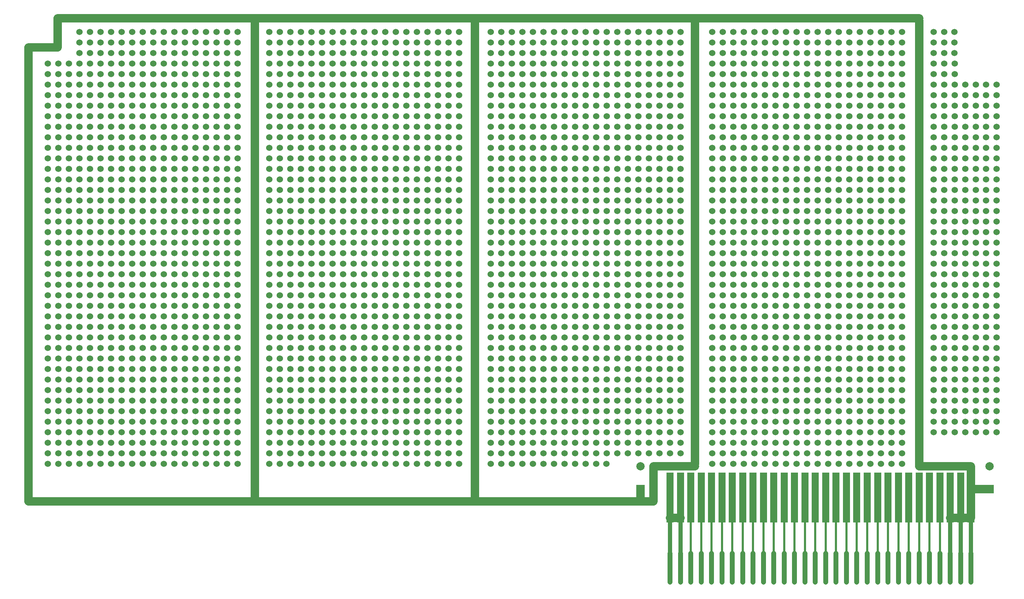
<source format=gbl>
G75*
%MOIN*%
%OFA0B0*%
%FSLAX25Y25*%
%IPPOS*%
%LPD*%
%AMOC8*
5,1,8,0,0,1.08239X$1,22.5*
%
%ADD10C,0.04724*%
%ADD11C,0.03937*%
%ADD12C,0.01969*%
%ADD13R,0.06693X0.47244*%
%ADD14C,0.07874*%
%ADD15R,0.07874X0.07874*%
%ADD16C,0.07874*%
%ADD17C,0.06000*%
D10*
X0627378Y0010906D02*
X0627378Y0038465D01*
X0637220Y0038465D02*
X0637220Y0010906D01*
X0647063Y0010906D02*
X0647063Y0038465D01*
X0656906Y0038465D02*
X0656906Y0010906D01*
X0666748Y0010906D02*
X0666748Y0038465D01*
X0676591Y0038465D02*
X0676591Y0010906D01*
X0686433Y0010906D02*
X0686433Y0038465D01*
X0696276Y0038465D02*
X0696276Y0010906D01*
X0706118Y0010906D02*
X0706118Y0038465D01*
X0715961Y0038465D02*
X0715961Y0010906D01*
X0725803Y0010906D02*
X0725803Y0038465D01*
X0735646Y0038465D02*
X0735646Y0010906D01*
X0745488Y0010906D02*
X0745488Y0038465D01*
X0755331Y0038465D02*
X0755331Y0010906D01*
X0765173Y0010906D02*
X0765173Y0038465D01*
X0775016Y0038465D02*
X0775016Y0010906D01*
X0784858Y0010906D02*
X0784858Y0038465D01*
X0794701Y0038465D02*
X0794701Y0010906D01*
X0804543Y0010906D02*
X0804543Y0038465D01*
X0814386Y0038465D02*
X0814386Y0010906D01*
X0824228Y0010906D02*
X0824228Y0038465D01*
X0834071Y0038465D02*
X0834071Y0010906D01*
X0843913Y0010906D02*
X0843913Y0038465D01*
X0853756Y0038465D02*
X0853756Y0010906D01*
X0863598Y0010906D02*
X0863598Y0038465D01*
X0873441Y0038465D02*
X0873441Y0010906D01*
X0883283Y0010906D02*
X0883283Y0038465D01*
X0893126Y0038465D02*
X0893126Y0010906D01*
X0902969Y0010906D02*
X0902969Y0038465D01*
X0912811Y0038465D02*
X0912811Y0010906D01*
D11*
X0912811Y0038465D02*
X0912811Y0068386D01*
X0902969Y0068386D02*
X0902969Y0038465D01*
X0893126Y0038465D02*
X0893126Y0069567D01*
X0637220Y0069173D02*
X0637220Y0038465D01*
X0627378Y0039252D02*
X0627378Y0069173D01*
D12*
X0647063Y0069567D02*
X0647063Y0039252D01*
X0656906Y0038465D02*
X0656906Y0069567D01*
X0666748Y0069567D02*
X0666748Y0038465D01*
X0676591Y0038858D02*
X0676591Y0069567D01*
X0686433Y0069567D02*
X0686433Y0039252D01*
X0696276Y0038465D02*
X0696276Y0069567D01*
X0706118Y0069567D02*
X0706118Y0039646D01*
X0715961Y0040039D02*
X0715961Y0069567D01*
X0725803Y0069567D02*
X0725803Y0038858D01*
X0735646Y0038465D02*
X0735646Y0069567D01*
X0745488Y0069567D02*
X0745488Y0038465D01*
X0755331Y0038465D02*
X0755331Y0069567D01*
X0765173Y0069567D02*
X0765173Y0038465D01*
X0775016Y0038465D02*
X0775016Y0069567D01*
X0784858Y0069567D02*
X0784858Y0038465D01*
X0794701Y0038465D02*
X0794701Y0069567D01*
X0804543Y0069567D02*
X0804543Y0038465D01*
X0814386Y0038465D02*
X0814386Y0069567D01*
X0824228Y0069567D02*
X0824228Y0038465D01*
X0834071Y0038858D02*
X0834071Y0069567D01*
X0843913Y0069567D02*
X0843913Y0038465D01*
X0853756Y0038858D02*
X0853756Y0069567D01*
X0863598Y0069567D02*
X0863598Y0038465D01*
X0873441Y0038465D02*
X0873441Y0069567D01*
X0883283Y0069567D02*
X0883283Y0038858D01*
D13*
X0883283Y0091220D03*
X0873441Y0091220D03*
X0863598Y0091220D03*
X0853756Y0091220D03*
X0843913Y0091220D03*
X0834071Y0091220D03*
X0824228Y0091220D03*
X0814386Y0091220D03*
X0804543Y0091220D03*
X0794701Y0091220D03*
X0784858Y0091220D03*
X0775016Y0091220D03*
X0765173Y0091220D03*
X0755331Y0091220D03*
X0745488Y0091220D03*
X0735646Y0091220D03*
X0725803Y0091220D03*
X0715961Y0091220D03*
X0706118Y0091220D03*
X0696276Y0091220D03*
X0686433Y0091220D03*
X0676591Y0091220D03*
X0666748Y0091220D03*
X0656906Y0091220D03*
X0647063Y0091220D03*
X0637220Y0091220D03*
X0627378Y0091220D03*
X0893126Y0091220D03*
X0902969Y0091220D03*
X0912811Y0091220D03*
D14*
X0233677Y0087677D02*
X0019110Y0087677D01*
X0019110Y0518780D01*
X0046669Y0518780D01*
X0046669Y0546339D01*
X0863598Y0546339D01*
X0863598Y0544370D02*
X0863598Y0121142D01*
X0912811Y0121142D01*
X0912811Y0099488D01*
X0930528Y0099488D01*
X0912811Y0099488D02*
X0912811Y0071929D01*
X0893126Y0071929D01*
X0651000Y0121142D02*
X0611630Y0121142D01*
X0611630Y0087677D01*
X0599819Y0087677D01*
X0599504Y0087677D02*
X0599504Y0099488D01*
X0599504Y0087677D02*
X0442339Y0087677D01*
X0442339Y0544370D01*
X0233677Y0544370D02*
X0233677Y0087677D01*
X0442339Y0087677D01*
X0627378Y0071929D02*
X0637220Y0071929D01*
X0651000Y0123110D02*
X0651000Y0546339D01*
D15*
X0599504Y0099488D03*
X0930528Y0099488D03*
D16*
X0930528Y0121142D03*
X0599504Y0121142D03*
D17*
X0597457Y0133228D03*
X0607457Y0133228D03*
X0617457Y0133228D03*
X0627457Y0133228D03*
X0637457Y0133228D03*
X0637457Y0143228D03*
X0627457Y0143228D03*
X0617457Y0143228D03*
X0607457Y0143228D03*
X0597457Y0143228D03*
X0587457Y0143228D03*
X0577457Y0143228D03*
X0567457Y0143228D03*
X0557457Y0143228D03*
X0547457Y0143228D03*
X0537457Y0143228D03*
X0527457Y0143228D03*
X0517457Y0143228D03*
X0507457Y0143228D03*
X0497457Y0143228D03*
X0487457Y0143228D03*
X0477457Y0143228D03*
X0467457Y0143228D03*
X0457457Y0143228D03*
X0457457Y0133228D03*
X0467457Y0133228D03*
X0477457Y0133228D03*
X0487457Y0133228D03*
X0497457Y0133228D03*
X0507457Y0133228D03*
X0517457Y0133228D03*
X0527457Y0133228D03*
X0537457Y0133228D03*
X0547457Y0133228D03*
X0557457Y0133228D03*
X0567457Y0133228D03*
X0577457Y0133228D03*
X0587457Y0133228D03*
X0567142Y0123228D03*
X0557299Y0123228D03*
X0547457Y0123228D03*
X0537457Y0123228D03*
X0527457Y0123228D03*
X0517457Y0123228D03*
X0507457Y0123228D03*
X0497457Y0123228D03*
X0487457Y0123228D03*
X0477457Y0123228D03*
X0467457Y0123228D03*
X0457457Y0123228D03*
X0427457Y0123228D03*
X0417457Y0123228D03*
X0407457Y0123228D03*
X0397457Y0123228D03*
X0387457Y0123228D03*
X0377457Y0123228D03*
X0367457Y0123228D03*
X0357457Y0123228D03*
X0347457Y0123228D03*
X0337457Y0123228D03*
X0327457Y0123228D03*
X0317457Y0123228D03*
X0307457Y0123228D03*
X0297457Y0123228D03*
X0287457Y0123228D03*
X0277457Y0123228D03*
X0267457Y0123228D03*
X0257457Y0123228D03*
X0247457Y0123228D03*
X0247457Y0133228D03*
X0257457Y0133228D03*
X0267457Y0133228D03*
X0277457Y0133228D03*
X0287457Y0133228D03*
X0297457Y0133228D03*
X0307457Y0133228D03*
X0317457Y0133228D03*
X0327457Y0133228D03*
X0337457Y0133228D03*
X0347457Y0133228D03*
X0357457Y0133228D03*
X0367457Y0133228D03*
X0377457Y0133228D03*
X0387457Y0133228D03*
X0397457Y0133228D03*
X0407457Y0133228D03*
X0417457Y0133228D03*
X0427457Y0133228D03*
X0427457Y0143228D03*
X0417457Y0143228D03*
X0407457Y0143228D03*
X0397457Y0143228D03*
X0387457Y0143228D03*
X0377457Y0143228D03*
X0367457Y0143228D03*
X0357457Y0143228D03*
X0347457Y0143228D03*
X0337457Y0143228D03*
X0327457Y0143228D03*
X0317457Y0143228D03*
X0307457Y0143228D03*
X0297457Y0143228D03*
X0287457Y0143228D03*
X0277457Y0143228D03*
X0267457Y0143228D03*
X0257457Y0143228D03*
X0247457Y0143228D03*
X0247457Y0153228D03*
X0257457Y0153228D03*
X0267457Y0153228D03*
X0277457Y0153228D03*
X0287457Y0153228D03*
X0297457Y0153228D03*
X0307457Y0153228D03*
X0317457Y0153228D03*
X0327457Y0153228D03*
X0337457Y0153228D03*
X0347457Y0153228D03*
X0357457Y0153228D03*
X0367457Y0153228D03*
X0377457Y0153228D03*
X0387457Y0153228D03*
X0397457Y0153228D03*
X0407457Y0153228D03*
X0417457Y0153228D03*
X0427457Y0153228D03*
X0427457Y0163228D03*
X0417457Y0163228D03*
X0407457Y0163228D03*
X0397457Y0163228D03*
X0387457Y0163228D03*
X0377457Y0163228D03*
X0367457Y0163228D03*
X0357457Y0163228D03*
X0347457Y0163228D03*
X0337457Y0163228D03*
X0327457Y0163228D03*
X0317457Y0163228D03*
X0307457Y0163228D03*
X0297457Y0163228D03*
X0287457Y0163228D03*
X0277457Y0163228D03*
X0267457Y0163228D03*
X0257457Y0163228D03*
X0247457Y0163228D03*
X0247457Y0173228D03*
X0257457Y0173228D03*
X0267457Y0173228D03*
X0277457Y0173228D03*
X0287457Y0173228D03*
X0297457Y0173228D03*
X0307457Y0173228D03*
X0317457Y0173228D03*
X0327457Y0173228D03*
X0337457Y0173228D03*
X0347457Y0173228D03*
X0357457Y0173228D03*
X0367457Y0173228D03*
X0377457Y0173228D03*
X0387457Y0173228D03*
X0397457Y0173228D03*
X0407457Y0173228D03*
X0417457Y0173228D03*
X0427457Y0173228D03*
X0427457Y0183228D03*
X0417457Y0183228D03*
X0407457Y0183228D03*
X0397457Y0183228D03*
X0387457Y0183228D03*
X0377457Y0183228D03*
X0367457Y0183228D03*
X0357457Y0183228D03*
X0347457Y0183228D03*
X0337457Y0183228D03*
X0327457Y0183228D03*
X0317457Y0183228D03*
X0307457Y0183228D03*
X0297457Y0183228D03*
X0287457Y0183228D03*
X0277457Y0183228D03*
X0267457Y0183228D03*
X0257457Y0183228D03*
X0247457Y0183228D03*
X0247457Y0193228D03*
X0257457Y0193228D03*
X0267457Y0193228D03*
X0277457Y0193228D03*
X0287457Y0193228D03*
X0297457Y0193228D03*
X0307457Y0193228D03*
X0317457Y0193228D03*
X0327457Y0193228D03*
X0337457Y0193228D03*
X0347457Y0193228D03*
X0357457Y0193228D03*
X0367457Y0193228D03*
X0377457Y0193228D03*
X0387457Y0193228D03*
X0397457Y0193228D03*
X0407457Y0193228D03*
X0417457Y0193228D03*
X0427457Y0193228D03*
X0427457Y0203228D03*
X0417457Y0203228D03*
X0407457Y0203228D03*
X0397457Y0203228D03*
X0387457Y0203228D03*
X0377457Y0203228D03*
X0367457Y0203228D03*
X0357457Y0203228D03*
X0347457Y0203228D03*
X0337457Y0203228D03*
X0327457Y0203228D03*
X0317457Y0203228D03*
X0307457Y0203228D03*
X0297457Y0203228D03*
X0287457Y0203228D03*
X0277457Y0203228D03*
X0267457Y0203228D03*
X0257457Y0203228D03*
X0247457Y0203228D03*
X0247457Y0213228D03*
X0257457Y0213228D03*
X0267457Y0213228D03*
X0277457Y0213228D03*
X0287457Y0213228D03*
X0297457Y0213228D03*
X0307457Y0213228D03*
X0317457Y0213228D03*
X0327457Y0213228D03*
X0337457Y0213228D03*
X0347457Y0213228D03*
X0357457Y0213228D03*
X0367457Y0213228D03*
X0377457Y0213228D03*
X0387457Y0213228D03*
X0397457Y0213228D03*
X0407457Y0213228D03*
X0417457Y0213228D03*
X0427457Y0213228D03*
X0427457Y0223228D03*
X0417457Y0223228D03*
X0407457Y0223228D03*
X0397457Y0223228D03*
X0387457Y0223228D03*
X0377457Y0223228D03*
X0367457Y0223228D03*
X0357457Y0223228D03*
X0347457Y0223228D03*
X0337457Y0223228D03*
X0327457Y0223228D03*
X0317457Y0223228D03*
X0307457Y0223228D03*
X0297457Y0223228D03*
X0287457Y0223228D03*
X0277457Y0223228D03*
X0267457Y0223228D03*
X0257457Y0223228D03*
X0247457Y0223228D03*
X0247457Y0233228D03*
X0257457Y0233228D03*
X0267457Y0233228D03*
X0277457Y0233228D03*
X0287457Y0233228D03*
X0297457Y0233228D03*
X0307457Y0233228D03*
X0317457Y0233228D03*
X0327457Y0233228D03*
X0337457Y0233228D03*
X0347457Y0233228D03*
X0357457Y0233228D03*
X0367457Y0233228D03*
X0377457Y0233228D03*
X0387457Y0233228D03*
X0397457Y0233228D03*
X0407457Y0233228D03*
X0417457Y0233228D03*
X0427457Y0233228D03*
X0427457Y0243228D03*
X0417457Y0243228D03*
X0407457Y0243228D03*
X0397457Y0243228D03*
X0387457Y0243228D03*
X0377457Y0243228D03*
X0367457Y0243228D03*
X0357457Y0243228D03*
X0347457Y0243228D03*
X0337457Y0243228D03*
X0327457Y0243228D03*
X0317457Y0243228D03*
X0307457Y0243228D03*
X0297457Y0243228D03*
X0287457Y0243228D03*
X0277457Y0243228D03*
X0267457Y0243228D03*
X0257457Y0243228D03*
X0247457Y0243228D03*
X0247457Y0253228D03*
X0257457Y0253228D03*
X0267457Y0253228D03*
X0277457Y0253228D03*
X0287457Y0253228D03*
X0297457Y0253228D03*
X0307457Y0253228D03*
X0317457Y0253228D03*
X0327457Y0253228D03*
X0337457Y0253228D03*
X0347457Y0253228D03*
X0357457Y0253228D03*
X0367457Y0253228D03*
X0377457Y0253228D03*
X0387457Y0253228D03*
X0397457Y0253228D03*
X0407457Y0253228D03*
X0417457Y0253228D03*
X0427457Y0253228D03*
X0427457Y0263228D03*
X0417457Y0263228D03*
X0407457Y0263228D03*
X0397457Y0263228D03*
X0387457Y0263228D03*
X0377457Y0263228D03*
X0367457Y0263228D03*
X0357457Y0263228D03*
X0347457Y0263228D03*
X0337457Y0263228D03*
X0327457Y0263228D03*
X0317457Y0263228D03*
X0307457Y0263228D03*
X0297457Y0263228D03*
X0287457Y0263228D03*
X0277457Y0263228D03*
X0267457Y0263228D03*
X0257457Y0263228D03*
X0247457Y0263228D03*
X0247457Y0273228D03*
X0257457Y0273228D03*
X0267457Y0273228D03*
X0277457Y0273228D03*
X0287457Y0273228D03*
X0297457Y0273228D03*
X0307457Y0273228D03*
X0317457Y0273228D03*
X0327457Y0273228D03*
X0337457Y0273228D03*
X0347457Y0273228D03*
X0357457Y0273228D03*
X0367457Y0273228D03*
X0377457Y0273228D03*
X0387457Y0273228D03*
X0397457Y0273228D03*
X0407457Y0273228D03*
X0417457Y0273228D03*
X0427457Y0273228D03*
X0427457Y0283228D03*
X0417457Y0283228D03*
X0407457Y0283228D03*
X0397457Y0283228D03*
X0387457Y0283228D03*
X0377457Y0283228D03*
X0367457Y0283228D03*
X0357457Y0283228D03*
X0347457Y0283228D03*
X0337457Y0283228D03*
X0327457Y0283228D03*
X0317457Y0283228D03*
X0307457Y0283228D03*
X0297457Y0283228D03*
X0287457Y0283228D03*
X0277457Y0283228D03*
X0267457Y0283228D03*
X0257457Y0283228D03*
X0247457Y0283228D03*
X0247457Y0293228D03*
X0257457Y0293228D03*
X0267457Y0293228D03*
X0277457Y0293228D03*
X0287457Y0293228D03*
X0297457Y0293228D03*
X0307457Y0293228D03*
X0317457Y0293228D03*
X0327457Y0293228D03*
X0337457Y0293228D03*
X0347457Y0293228D03*
X0357457Y0293228D03*
X0367457Y0293228D03*
X0377457Y0293228D03*
X0387457Y0293228D03*
X0397457Y0293228D03*
X0407457Y0293228D03*
X0417457Y0293228D03*
X0427457Y0293228D03*
X0427457Y0303228D03*
X0417457Y0303228D03*
X0407457Y0303228D03*
X0397457Y0303228D03*
X0387457Y0303228D03*
X0377457Y0303228D03*
X0367457Y0303228D03*
X0357457Y0303228D03*
X0347457Y0303228D03*
X0337457Y0303228D03*
X0327457Y0303228D03*
X0317457Y0303228D03*
X0307457Y0303228D03*
X0297457Y0303228D03*
X0287457Y0303228D03*
X0277457Y0303228D03*
X0267457Y0303228D03*
X0257457Y0303228D03*
X0247457Y0303228D03*
X0247457Y0313228D03*
X0257457Y0313228D03*
X0267457Y0313228D03*
X0277457Y0313228D03*
X0287457Y0313228D03*
X0297457Y0313228D03*
X0307457Y0313228D03*
X0317457Y0313228D03*
X0327457Y0313228D03*
X0337457Y0313228D03*
X0347457Y0313228D03*
X0357457Y0313228D03*
X0367457Y0313228D03*
X0377457Y0313228D03*
X0387457Y0313228D03*
X0397457Y0313228D03*
X0407457Y0313228D03*
X0417457Y0313228D03*
X0427457Y0313228D03*
X0427457Y0323228D03*
X0417457Y0323228D03*
X0407457Y0323228D03*
X0397457Y0323228D03*
X0387457Y0323228D03*
X0377457Y0323228D03*
X0367457Y0323228D03*
X0357457Y0323228D03*
X0347457Y0323228D03*
X0337457Y0323228D03*
X0327457Y0323228D03*
X0317457Y0323228D03*
X0307457Y0323228D03*
X0297457Y0323228D03*
X0287457Y0323228D03*
X0277457Y0323228D03*
X0267457Y0323228D03*
X0257457Y0323228D03*
X0247457Y0323228D03*
X0247457Y0333228D03*
X0257457Y0333228D03*
X0267457Y0333228D03*
X0277457Y0333228D03*
X0287457Y0333228D03*
X0297457Y0333228D03*
X0307457Y0333228D03*
X0317457Y0333228D03*
X0327457Y0333228D03*
X0337457Y0333228D03*
X0347457Y0333228D03*
X0357457Y0333228D03*
X0367457Y0333228D03*
X0377457Y0333228D03*
X0387457Y0333228D03*
X0397457Y0333228D03*
X0407457Y0333228D03*
X0417457Y0333228D03*
X0427457Y0333228D03*
X0427457Y0343228D03*
X0417457Y0343228D03*
X0407457Y0343228D03*
X0397457Y0343228D03*
X0387457Y0343228D03*
X0377457Y0343228D03*
X0367457Y0343228D03*
X0357457Y0343228D03*
X0347457Y0343228D03*
X0337457Y0343228D03*
X0327457Y0343228D03*
X0317457Y0343228D03*
X0307457Y0343228D03*
X0297457Y0343228D03*
X0287457Y0343228D03*
X0277457Y0343228D03*
X0267457Y0343228D03*
X0257457Y0343228D03*
X0247457Y0343228D03*
X0247457Y0353228D03*
X0257457Y0353228D03*
X0267457Y0353228D03*
X0277457Y0353228D03*
X0287457Y0353228D03*
X0297457Y0353228D03*
X0307457Y0353228D03*
X0317457Y0353228D03*
X0327457Y0353228D03*
X0337457Y0353228D03*
X0347457Y0353228D03*
X0357457Y0353228D03*
X0367457Y0353228D03*
X0377457Y0353228D03*
X0387457Y0353228D03*
X0397457Y0353228D03*
X0407457Y0353228D03*
X0417457Y0353228D03*
X0427457Y0353228D03*
X0427457Y0363228D03*
X0417457Y0363228D03*
X0407457Y0363228D03*
X0397457Y0363228D03*
X0387457Y0363228D03*
X0377457Y0363228D03*
X0367457Y0363228D03*
X0357457Y0363228D03*
X0347457Y0363228D03*
X0337457Y0363228D03*
X0327457Y0363228D03*
X0317457Y0363228D03*
X0307457Y0363228D03*
X0297457Y0363228D03*
X0287457Y0363228D03*
X0277457Y0363228D03*
X0267457Y0363228D03*
X0257457Y0363228D03*
X0247457Y0363228D03*
X0247457Y0373228D03*
X0257457Y0373228D03*
X0267457Y0373228D03*
X0277457Y0373228D03*
X0287457Y0373228D03*
X0297457Y0373228D03*
X0307457Y0373228D03*
X0317457Y0373228D03*
X0327457Y0373228D03*
X0337457Y0373228D03*
X0347457Y0373228D03*
X0357457Y0373228D03*
X0367457Y0373228D03*
X0377457Y0373228D03*
X0387457Y0373228D03*
X0397457Y0373228D03*
X0407457Y0373228D03*
X0417457Y0373228D03*
X0427457Y0373228D03*
X0427457Y0383228D03*
X0417457Y0383228D03*
X0407457Y0383228D03*
X0397457Y0383228D03*
X0387457Y0383228D03*
X0377457Y0383228D03*
X0367457Y0383228D03*
X0357457Y0383228D03*
X0347457Y0383228D03*
X0337457Y0383228D03*
X0327457Y0383228D03*
X0317457Y0383228D03*
X0307457Y0383228D03*
X0297457Y0383228D03*
X0287457Y0383228D03*
X0277457Y0383228D03*
X0267457Y0383228D03*
X0257457Y0383228D03*
X0247457Y0383228D03*
X0247457Y0393228D03*
X0257457Y0393228D03*
X0267457Y0393228D03*
X0277457Y0393228D03*
X0287457Y0393228D03*
X0297457Y0393228D03*
X0307457Y0393228D03*
X0317457Y0393228D03*
X0327457Y0393228D03*
X0337457Y0393228D03*
X0347457Y0393228D03*
X0357457Y0393228D03*
X0367457Y0393228D03*
X0377457Y0393228D03*
X0387457Y0393228D03*
X0397457Y0393228D03*
X0407457Y0393228D03*
X0417457Y0393228D03*
X0427457Y0393228D03*
X0427457Y0403228D03*
X0417457Y0403228D03*
X0407457Y0403228D03*
X0397457Y0403228D03*
X0387457Y0403228D03*
X0377457Y0403228D03*
X0367457Y0403228D03*
X0357457Y0403228D03*
X0347457Y0403228D03*
X0337457Y0403228D03*
X0327457Y0403228D03*
X0317457Y0403228D03*
X0307457Y0403228D03*
X0297457Y0403228D03*
X0287457Y0403228D03*
X0277457Y0403228D03*
X0267457Y0403228D03*
X0257457Y0403228D03*
X0247457Y0403228D03*
X0247457Y0413228D03*
X0257457Y0413228D03*
X0267457Y0413228D03*
X0277457Y0413228D03*
X0287457Y0413228D03*
X0297457Y0413228D03*
X0307457Y0413228D03*
X0317457Y0413228D03*
X0327457Y0413228D03*
X0337457Y0413228D03*
X0347457Y0413228D03*
X0357457Y0413228D03*
X0367457Y0413228D03*
X0377457Y0413228D03*
X0387457Y0413228D03*
X0397457Y0413228D03*
X0407457Y0413228D03*
X0417457Y0413228D03*
X0427457Y0413228D03*
X0427457Y0423228D03*
X0417457Y0423228D03*
X0407457Y0423228D03*
X0397457Y0423228D03*
X0387457Y0423228D03*
X0377457Y0423228D03*
X0367457Y0423228D03*
X0357457Y0423228D03*
X0347457Y0423228D03*
X0337457Y0423228D03*
X0327457Y0423228D03*
X0317457Y0423228D03*
X0307457Y0423228D03*
X0297457Y0423228D03*
X0287457Y0423228D03*
X0277457Y0423228D03*
X0267457Y0423228D03*
X0257457Y0423228D03*
X0247457Y0423228D03*
X0247457Y0433228D03*
X0257457Y0433228D03*
X0267457Y0433228D03*
X0277457Y0433228D03*
X0287457Y0433228D03*
X0297457Y0433228D03*
X0307457Y0433228D03*
X0317457Y0433228D03*
X0327457Y0433228D03*
X0337457Y0433228D03*
X0347457Y0433228D03*
X0357457Y0433228D03*
X0367457Y0433228D03*
X0377457Y0433228D03*
X0387457Y0433228D03*
X0397457Y0433228D03*
X0407457Y0433228D03*
X0417457Y0433228D03*
X0427457Y0433228D03*
X0427457Y0443228D03*
X0417457Y0443228D03*
X0407457Y0443228D03*
X0397457Y0443228D03*
X0387457Y0443228D03*
X0377457Y0443228D03*
X0367457Y0443228D03*
X0357457Y0443228D03*
X0347457Y0443228D03*
X0337457Y0443228D03*
X0327457Y0443228D03*
X0317457Y0443228D03*
X0307457Y0443228D03*
X0297457Y0443228D03*
X0287457Y0443228D03*
X0277457Y0443228D03*
X0267457Y0443228D03*
X0257457Y0443228D03*
X0247457Y0443228D03*
X0247457Y0453228D03*
X0257457Y0453228D03*
X0267457Y0453228D03*
X0277457Y0453228D03*
X0287457Y0453228D03*
X0297457Y0453228D03*
X0307457Y0453228D03*
X0317457Y0453228D03*
X0327457Y0453228D03*
X0337457Y0453228D03*
X0347457Y0453228D03*
X0357457Y0453228D03*
X0367457Y0453228D03*
X0377457Y0453228D03*
X0387457Y0453228D03*
X0397457Y0453228D03*
X0407457Y0453228D03*
X0417457Y0453228D03*
X0427457Y0453228D03*
X0427457Y0463228D03*
X0417457Y0463228D03*
X0407457Y0463228D03*
X0397457Y0463228D03*
X0387457Y0463228D03*
X0377457Y0463228D03*
X0367457Y0463228D03*
X0357457Y0463228D03*
X0347457Y0463228D03*
X0337457Y0463228D03*
X0327457Y0463228D03*
X0317457Y0463228D03*
X0307457Y0463228D03*
X0297457Y0463228D03*
X0287457Y0463228D03*
X0277457Y0463228D03*
X0267457Y0463228D03*
X0257457Y0463228D03*
X0247457Y0463228D03*
X0247457Y0473228D03*
X0257457Y0473228D03*
X0267457Y0473228D03*
X0277457Y0473228D03*
X0287457Y0473228D03*
X0297457Y0473228D03*
X0307457Y0473228D03*
X0317457Y0473228D03*
X0327457Y0473228D03*
X0337457Y0473228D03*
X0347457Y0473228D03*
X0357457Y0473228D03*
X0367457Y0473228D03*
X0377457Y0473228D03*
X0387457Y0473228D03*
X0397457Y0473228D03*
X0407457Y0473228D03*
X0417457Y0473228D03*
X0427457Y0473228D03*
X0427457Y0483228D03*
X0417457Y0483228D03*
X0407457Y0483228D03*
X0397457Y0483228D03*
X0387457Y0483228D03*
X0377457Y0483228D03*
X0367457Y0483228D03*
X0357457Y0483228D03*
X0347457Y0483228D03*
X0337457Y0483228D03*
X0327457Y0483228D03*
X0317457Y0483228D03*
X0307457Y0483228D03*
X0297457Y0483228D03*
X0287457Y0483228D03*
X0277457Y0483228D03*
X0267457Y0483228D03*
X0257457Y0483228D03*
X0247457Y0483228D03*
X0247457Y0493228D03*
X0257457Y0493228D03*
X0267457Y0493228D03*
X0277457Y0493228D03*
X0287457Y0493228D03*
X0297457Y0493228D03*
X0307457Y0493228D03*
X0317457Y0493228D03*
X0327457Y0493228D03*
X0337457Y0493228D03*
X0347457Y0493228D03*
X0357457Y0493228D03*
X0367457Y0493228D03*
X0377457Y0493228D03*
X0387457Y0493228D03*
X0397457Y0493228D03*
X0407457Y0493228D03*
X0417457Y0493228D03*
X0427457Y0493228D03*
X0427457Y0503228D03*
X0417457Y0503228D03*
X0407457Y0503228D03*
X0397457Y0503228D03*
X0387457Y0503228D03*
X0377457Y0503228D03*
X0367457Y0503228D03*
X0357457Y0503228D03*
X0347457Y0503228D03*
X0337457Y0503228D03*
X0327457Y0503228D03*
X0317457Y0503228D03*
X0307457Y0503228D03*
X0297457Y0503228D03*
X0287457Y0503228D03*
X0277457Y0503228D03*
X0267457Y0503228D03*
X0257457Y0503228D03*
X0247457Y0503228D03*
X0247457Y0513228D03*
X0257457Y0513228D03*
X0267457Y0513228D03*
X0277457Y0513228D03*
X0287457Y0513228D03*
X0297457Y0513228D03*
X0307457Y0513228D03*
X0317457Y0513228D03*
X0327457Y0513228D03*
X0337457Y0513228D03*
X0347457Y0513228D03*
X0357457Y0513228D03*
X0367457Y0513228D03*
X0377457Y0513228D03*
X0387457Y0513228D03*
X0397457Y0513228D03*
X0407457Y0513228D03*
X0417457Y0513228D03*
X0427457Y0513228D03*
X0427457Y0523228D03*
X0417457Y0523228D03*
X0407457Y0523228D03*
X0397457Y0523228D03*
X0387457Y0523228D03*
X0377457Y0523228D03*
X0367457Y0523228D03*
X0357457Y0523228D03*
X0347457Y0523228D03*
X0337457Y0523228D03*
X0327457Y0523228D03*
X0317457Y0523228D03*
X0307457Y0523228D03*
X0297457Y0523228D03*
X0287457Y0523228D03*
X0277457Y0523228D03*
X0267457Y0523228D03*
X0257457Y0523228D03*
X0247457Y0523228D03*
X0247457Y0533228D03*
X0257457Y0533228D03*
X0267457Y0533228D03*
X0277457Y0533228D03*
X0287457Y0533228D03*
X0297457Y0533228D03*
X0307457Y0533228D03*
X0317457Y0533228D03*
X0327457Y0533228D03*
X0337457Y0533228D03*
X0347457Y0533228D03*
X0357457Y0533228D03*
X0367457Y0533228D03*
X0377457Y0533228D03*
X0387457Y0533228D03*
X0397457Y0533228D03*
X0407457Y0533228D03*
X0417457Y0533228D03*
X0427457Y0533228D03*
X0457457Y0533228D03*
X0467457Y0533228D03*
X0477457Y0533228D03*
X0487457Y0533228D03*
X0497457Y0533228D03*
X0507457Y0533228D03*
X0517457Y0533228D03*
X0527457Y0533228D03*
X0537457Y0533228D03*
X0547457Y0533228D03*
X0557457Y0533228D03*
X0567457Y0533228D03*
X0577457Y0533228D03*
X0587457Y0533228D03*
X0597457Y0533228D03*
X0607457Y0533228D03*
X0617457Y0533228D03*
X0627457Y0533228D03*
X0637457Y0533228D03*
X0637457Y0523228D03*
X0627457Y0523228D03*
X0617457Y0523228D03*
X0607457Y0523228D03*
X0597457Y0523228D03*
X0587457Y0523228D03*
X0577457Y0523228D03*
X0567457Y0523228D03*
X0557457Y0523228D03*
X0547457Y0523228D03*
X0537457Y0523228D03*
X0527457Y0523228D03*
X0517457Y0523228D03*
X0507457Y0523228D03*
X0497457Y0523228D03*
X0487457Y0523228D03*
X0477457Y0523228D03*
X0467457Y0523228D03*
X0457457Y0523228D03*
X0457457Y0513228D03*
X0467457Y0513228D03*
X0477457Y0513228D03*
X0487457Y0513228D03*
X0497457Y0513228D03*
X0507457Y0513228D03*
X0517457Y0513228D03*
X0527457Y0513228D03*
X0537457Y0513228D03*
X0547457Y0513228D03*
X0557457Y0513228D03*
X0567457Y0513228D03*
X0577457Y0513228D03*
X0587457Y0513228D03*
X0597457Y0513228D03*
X0607457Y0513228D03*
X0617457Y0513228D03*
X0627457Y0513228D03*
X0637457Y0513228D03*
X0637457Y0503228D03*
X0637457Y0493228D03*
X0627457Y0493228D03*
X0617457Y0493228D03*
X0607457Y0493228D03*
X0597457Y0493228D03*
X0587457Y0493228D03*
X0577457Y0493228D03*
X0567457Y0493228D03*
X0557457Y0493228D03*
X0547457Y0493228D03*
X0537457Y0493228D03*
X0527457Y0493228D03*
X0517457Y0493228D03*
X0507457Y0493228D03*
X0497457Y0493228D03*
X0487457Y0493228D03*
X0477457Y0493228D03*
X0467457Y0493228D03*
X0457457Y0493228D03*
X0457457Y0503228D03*
X0467457Y0503228D03*
X0477457Y0503228D03*
X0487457Y0503228D03*
X0497457Y0503228D03*
X0507457Y0503228D03*
X0517457Y0503228D03*
X0527457Y0503228D03*
X0537457Y0503228D03*
X0547457Y0503228D03*
X0557457Y0503228D03*
X0567457Y0503228D03*
X0577457Y0503228D03*
X0587457Y0503228D03*
X0597457Y0503228D03*
X0607457Y0503228D03*
X0617457Y0503228D03*
X0627457Y0503228D03*
X0627457Y0483228D03*
X0637457Y0483228D03*
X0637457Y0473228D03*
X0627457Y0473228D03*
X0617457Y0473228D03*
X0607457Y0473228D03*
X0597457Y0473228D03*
X0587457Y0473228D03*
X0577457Y0473228D03*
X0567457Y0473228D03*
X0557457Y0473228D03*
X0547457Y0473228D03*
X0537457Y0473228D03*
X0527457Y0473228D03*
X0517457Y0473228D03*
X0507457Y0473228D03*
X0497457Y0473228D03*
X0487457Y0473228D03*
X0477457Y0473228D03*
X0467457Y0473228D03*
X0457457Y0473228D03*
X0457457Y0463228D03*
X0457457Y0453228D03*
X0467457Y0453228D03*
X0477457Y0453228D03*
X0487457Y0453228D03*
X0497457Y0453228D03*
X0507457Y0453228D03*
X0517457Y0453228D03*
X0527457Y0453228D03*
X0537457Y0453228D03*
X0547457Y0453228D03*
X0557457Y0453228D03*
X0567457Y0453228D03*
X0577457Y0453228D03*
X0587457Y0453228D03*
X0597457Y0453228D03*
X0607457Y0453228D03*
X0617457Y0453228D03*
X0627457Y0453228D03*
X0637457Y0453228D03*
X0637457Y0463228D03*
X0627457Y0463228D03*
X0617457Y0463228D03*
X0607457Y0463228D03*
X0597457Y0463228D03*
X0587457Y0463228D03*
X0577457Y0463228D03*
X0567457Y0463228D03*
X0557457Y0463228D03*
X0547457Y0463228D03*
X0537457Y0463228D03*
X0527457Y0463228D03*
X0517457Y0463228D03*
X0507457Y0463228D03*
X0497457Y0463228D03*
X0487457Y0463228D03*
X0477457Y0463228D03*
X0467457Y0463228D03*
X0467457Y0443228D03*
X0477457Y0443228D03*
X0487457Y0443228D03*
X0497457Y0443228D03*
X0507457Y0443228D03*
X0517457Y0443228D03*
X0527457Y0443228D03*
X0537457Y0443228D03*
X0547457Y0443228D03*
X0557457Y0443228D03*
X0567457Y0443228D03*
X0577457Y0443228D03*
X0587457Y0443228D03*
X0597457Y0443228D03*
X0607457Y0443228D03*
X0617457Y0443228D03*
X0627457Y0443228D03*
X0637457Y0443228D03*
X0637457Y0433228D03*
X0627457Y0433228D03*
X0617457Y0433228D03*
X0607457Y0433228D03*
X0597457Y0433228D03*
X0587457Y0433228D03*
X0577457Y0433228D03*
X0567457Y0433228D03*
X0557457Y0433228D03*
X0547457Y0433228D03*
X0537457Y0433228D03*
X0527457Y0433228D03*
X0517457Y0433228D03*
X0507457Y0433228D03*
X0497457Y0433228D03*
X0487457Y0433228D03*
X0477457Y0433228D03*
X0467457Y0433228D03*
X0457457Y0433228D03*
X0457457Y0423228D03*
X0457457Y0413228D03*
X0467457Y0413228D03*
X0477457Y0413228D03*
X0487457Y0413228D03*
X0497457Y0413228D03*
X0507457Y0413228D03*
X0517457Y0413228D03*
X0527457Y0413228D03*
X0537457Y0413228D03*
X0547457Y0413228D03*
X0557457Y0413228D03*
X0567457Y0413228D03*
X0577457Y0413228D03*
X0587457Y0413228D03*
X0597457Y0413228D03*
X0607457Y0413228D03*
X0617457Y0413228D03*
X0627457Y0413228D03*
X0637457Y0413228D03*
X0637457Y0423228D03*
X0627457Y0423228D03*
X0617457Y0423228D03*
X0607457Y0423228D03*
X0597457Y0423228D03*
X0587457Y0423228D03*
X0577457Y0423228D03*
X0567457Y0423228D03*
X0557457Y0423228D03*
X0547457Y0423228D03*
X0537457Y0423228D03*
X0527457Y0423228D03*
X0517457Y0423228D03*
X0507457Y0423228D03*
X0497457Y0423228D03*
X0487457Y0423228D03*
X0477457Y0423228D03*
X0467457Y0423228D03*
X0467457Y0403228D03*
X0477457Y0403228D03*
X0487457Y0403228D03*
X0497457Y0403228D03*
X0507457Y0403228D03*
X0517457Y0403228D03*
X0527457Y0403228D03*
X0537457Y0403228D03*
X0547457Y0403228D03*
X0557457Y0403228D03*
X0567457Y0403228D03*
X0577457Y0403228D03*
X0587457Y0403228D03*
X0597457Y0403228D03*
X0607457Y0403228D03*
X0617457Y0403228D03*
X0627457Y0403228D03*
X0637457Y0403228D03*
X0637457Y0393228D03*
X0627457Y0393228D03*
X0617457Y0393228D03*
X0607457Y0393228D03*
X0597457Y0393228D03*
X0587457Y0393228D03*
X0577457Y0393228D03*
X0567457Y0393228D03*
X0557457Y0393228D03*
X0547457Y0393228D03*
X0537457Y0393228D03*
X0527457Y0393228D03*
X0517457Y0393228D03*
X0507457Y0393228D03*
X0497457Y0393228D03*
X0487457Y0393228D03*
X0477457Y0393228D03*
X0467457Y0393228D03*
X0457457Y0393228D03*
X0457457Y0383228D03*
X0457457Y0373228D03*
X0467457Y0373228D03*
X0477457Y0373228D03*
X0487457Y0373228D03*
X0497457Y0373228D03*
X0507457Y0373228D03*
X0517457Y0373228D03*
X0527457Y0373228D03*
X0537457Y0373228D03*
X0547457Y0373228D03*
X0557457Y0373228D03*
X0567457Y0373228D03*
X0577457Y0373228D03*
X0587457Y0373228D03*
X0597457Y0373228D03*
X0607457Y0373228D03*
X0617457Y0373228D03*
X0627457Y0373228D03*
X0637457Y0373228D03*
X0637457Y0383228D03*
X0627457Y0383228D03*
X0617457Y0383228D03*
X0607457Y0383228D03*
X0597457Y0383228D03*
X0587457Y0383228D03*
X0577457Y0383228D03*
X0567457Y0383228D03*
X0557457Y0383228D03*
X0547457Y0383228D03*
X0537457Y0383228D03*
X0527457Y0383228D03*
X0517457Y0383228D03*
X0507457Y0383228D03*
X0497457Y0383228D03*
X0487457Y0383228D03*
X0477457Y0383228D03*
X0467457Y0383228D03*
X0467457Y0363228D03*
X0477457Y0363228D03*
X0487457Y0363228D03*
X0497457Y0363228D03*
X0507457Y0363228D03*
X0517457Y0363228D03*
X0527457Y0363228D03*
X0537457Y0363228D03*
X0547457Y0363228D03*
X0557457Y0363228D03*
X0567457Y0363228D03*
X0577457Y0363228D03*
X0587457Y0363228D03*
X0597457Y0363228D03*
X0607457Y0363228D03*
X0617457Y0363228D03*
X0627457Y0363228D03*
X0637457Y0363228D03*
X0637457Y0353228D03*
X0627457Y0353228D03*
X0617457Y0353228D03*
X0607457Y0353228D03*
X0597457Y0353228D03*
X0587457Y0353228D03*
X0577457Y0353228D03*
X0567457Y0353228D03*
X0557457Y0353228D03*
X0547457Y0353228D03*
X0537457Y0353228D03*
X0527457Y0353228D03*
X0517457Y0353228D03*
X0507457Y0353228D03*
X0497457Y0353228D03*
X0487457Y0353228D03*
X0477457Y0353228D03*
X0467457Y0353228D03*
X0457457Y0353228D03*
X0457457Y0343228D03*
X0467457Y0343228D03*
X0477457Y0343228D03*
X0487457Y0343228D03*
X0497457Y0343228D03*
X0507457Y0343228D03*
X0517457Y0343228D03*
X0527457Y0343228D03*
X0537457Y0343228D03*
X0547457Y0343228D03*
X0557457Y0343228D03*
X0567457Y0343228D03*
X0577457Y0343228D03*
X0587457Y0343228D03*
X0597457Y0343228D03*
X0607457Y0343228D03*
X0617457Y0343228D03*
X0627457Y0343228D03*
X0637457Y0343228D03*
X0637457Y0333228D03*
X0637457Y0323228D03*
X0627457Y0323228D03*
X0617457Y0323228D03*
X0607457Y0323228D03*
X0597457Y0323228D03*
X0587457Y0323228D03*
X0577457Y0323228D03*
X0567457Y0323228D03*
X0557457Y0323228D03*
X0547457Y0323228D03*
X0537457Y0323228D03*
X0527457Y0323228D03*
X0517457Y0323228D03*
X0507457Y0323228D03*
X0497457Y0323228D03*
X0487457Y0323228D03*
X0477457Y0323228D03*
X0467457Y0323228D03*
X0457457Y0323228D03*
X0457457Y0333228D03*
X0467457Y0333228D03*
X0477457Y0333228D03*
X0487457Y0333228D03*
X0497457Y0333228D03*
X0507457Y0333228D03*
X0517457Y0333228D03*
X0527457Y0333228D03*
X0537457Y0333228D03*
X0547457Y0333228D03*
X0557457Y0333228D03*
X0567457Y0333228D03*
X0577457Y0333228D03*
X0587457Y0333228D03*
X0597457Y0333228D03*
X0607457Y0333228D03*
X0617457Y0333228D03*
X0627457Y0333228D03*
X0627457Y0313228D03*
X0637457Y0313228D03*
X0637457Y0303228D03*
X0627457Y0303228D03*
X0617457Y0303228D03*
X0607457Y0303228D03*
X0597457Y0303228D03*
X0587457Y0303228D03*
X0577457Y0303228D03*
X0567457Y0303228D03*
X0557457Y0303228D03*
X0547457Y0303228D03*
X0537457Y0303228D03*
X0527457Y0303228D03*
X0517457Y0303228D03*
X0507457Y0303228D03*
X0497457Y0303228D03*
X0487457Y0303228D03*
X0477457Y0303228D03*
X0467457Y0303228D03*
X0457457Y0303228D03*
X0457457Y0293228D03*
X0457457Y0283228D03*
X0467457Y0283228D03*
X0477457Y0283228D03*
X0487457Y0283228D03*
X0497457Y0283228D03*
X0507457Y0283228D03*
X0517457Y0283228D03*
X0527457Y0283228D03*
X0537457Y0283228D03*
X0547457Y0283228D03*
X0557457Y0283228D03*
X0567457Y0283228D03*
X0577457Y0283228D03*
X0587457Y0283228D03*
X0597457Y0283228D03*
X0607457Y0283228D03*
X0617457Y0283228D03*
X0627457Y0283228D03*
X0637457Y0283228D03*
X0637457Y0293228D03*
X0627457Y0293228D03*
X0617457Y0293228D03*
X0607457Y0293228D03*
X0597457Y0293228D03*
X0587457Y0293228D03*
X0577457Y0293228D03*
X0567457Y0293228D03*
X0557457Y0293228D03*
X0547457Y0293228D03*
X0537457Y0293228D03*
X0527457Y0293228D03*
X0517457Y0293228D03*
X0507457Y0293228D03*
X0497457Y0293228D03*
X0487457Y0293228D03*
X0477457Y0293228D03*
X0467457Y0293228D03*
X0467457Y0273228D03*
X0477457Y0273228D03*
X0487457Y0273228D03*
X0497457Y0273228D03*
X0507457Y0273228D03*
X0517457Y0273228D03*
X0527457Y0273228D03*
X0537457Y0273228D03*
X0547457Y0273228D03*
X0557457Y0273228D03*
X0567457Y0273228D03*
X0577457Y0273228D03*
X0587457Y0273228D03*
X0597457Y0273228D03*
X0607457Y0273228D03*
X0617457Y0273228D03*
X0627457Y0273228D03*
X0637457Y0273228D03*
X0637457Y0263228D03*
X0627457Y0263228D03*
X0617457Y0263228D03*
X0607457Y0263228D03*
X0597457Y0263228D03*
X0587457Y0263228D03*
X0577457Y0263228D03*
X0567457Y0263228D03*
X0557457Y0263228D03*
X0547457Y0263228D03*
X0537457Y0263228D03*
X0527457Y0263228D03*
X0517457Y0263228D03*
X0507457Y0263228D03*
X0497457Y0263228D03*
X0487457Y0263228D03*
X0477457Y0263228D03*
X0467457Y0263228D03*
X0457457Y0263228D03*
X0457457Y0253228D03*
X0457457Y0243228D03*
X0467457Y0243228D03*
X0477457Y0243228D03*
X0487457Y0243228D03*
X0497457Y0243228D03*
X0507457Y0243228D03*
X0517457Y0243228D03*
X0527457Y0243228D03*
X0537457Y0243228D03*
X0547457Y0243228D03*
X0557457Y0243228D03*
X0567457Y0243228D03*
X0577457Y0243228D03*
X0587457Y0243228D03*
X0597457Y0243228D03*
X0607457Y0243228D03*
X0617457Y0243228D03*
X0627457Y0243228D03*
X0637457Y0243228D03*
X0637457Y0253228D03*
X0627457Y0253228D03*
X0617457Y0253228D03*
X0607457Y0253228D03*
X0597457Y0253228D03*
X0587457Y0253228D03*
X0577457Y0253228D03*
X0567457Y0253228D03*
X0557457Y0253228D03*
X0547457Y0253228D03*
X0537457Y0253228D03*
X0527457Y0253228D03*
X0517457Y0253228D03*
X0507457Y0253228D03*
X0497457Y0253228D03*
X0487457Y0253228D03*
X0477457Y0253228D03*
X0467457Y0253228D03*
X0467457Y0233228D03*
X0477457Y0233228D03*
X0487457Y0233228D03*
X0497457Y0233228D03*
X0507457Y0233228D03*
X0517457Y0233228D03*
X0527457Y0233228D03*
X0537457Y0233228D03*
X0547457Y0233228D03*
X0557457Y0233228D03*
X0567457Y0233228D03*
X0577457Y0233228D03*
X0587457Y0233228D03*
X0597457Y0233228D03*
X0607457Y0233228D03*
X0617457Y0233228D03*
X0627457Y0233228D03*
X0637457Y0233228D03*
X0637457Y0223228D03*
X0627457Y0223228D03*
X0617457Y0223228D03*
X0607457Y0223228D03*
X0597457Y0223228D03*
X0587457Y0223228D03*
X0577457Y0223228D03*
X0567457Y0223228D03*
X0557457Y0223228D03*
X0547457Y0223228D03*
X0537457Y0223228D03*
X0527457Y0223228D03*
X0517457Y0223228D03*
X0507457Y0223228D03*
X0497457Y0223228D03*
X0487457Y0223228D03*
X0477457Y0223228D03*
X0467457Y0223228D03*
X0457457Y0223228D03*
X0457457Y0213228D03*
X0467457Y0213228D03*
X0477457Y0213228D03*
X0487457Y0213228D03*
X0497457Y0213228D03*
X0507457Y0213228D03*
X0517457Y0213228D03*
X0527457Y0213228D03*
X0537457Y0213228D03*
X0547457Y0213228D03*
X0557457Y0213228D03*
X0567457Y0213228D03*
X0577457Y0213228D03*
X0587457Y0213228D03*
X0597457Y0213228D03*
X0607457Y0213228D03*
X0617457Y0213228D03*
X0627457Y0213228D03*
X0637457Y0213228D03*
X0637457Y0203228D03*
X0637457Y0193228D03*
X0627457Y0193228D03*
X0617457Y0193228D03*
X0607457Y0193228D03*
X0597457Y0193228D03*
X0587457Y0193228D03*
X0577457Y0193228D03*
X0567457Y0193228D03*
X0557457Y0193228D03*
X0547457Y0193228D03*
X0537457Y0193228D03*
X0527457Y0193228D03*
X0517457Y0193228D03*
X0507457Y0193228D03*
X0497457Y0193228D03*
X0487457Y0193228D03*
X0477457Y0193228D03*
X0467457Y0193228D03*
X0457457Y0193228D03*
X0457457Y0203228D03*
X0467457Y0203228D03*
X0477457Y0203228D03*
X0487457Y0203228D03*
X0497457Y0203228D03*
X0507457Y0203228D03*
X0517457Y0203228D03*
X0527457Y0203228D03*
X0537457Y0203228D03*
X0547457Y0203228D03*
X0557457Y0203228D03*
X0567457Y0203228D03*
X0577457Y0203228D03*
X0587457Y0203228D03*
X0597457Y0203228D03*
X0607457Y0203228D03*
X0617457Y0203228D03*
X0627457Y0203228D03*
X0627457Y0183228D03*
X0637457Y0183228D03*
X0637457Y0173228D03*
X0627457Y0173228D03*
X0617457Y0173228D03*
X0607457Y0173228D03*
X0597457Y0173228D03*
X0587457Y0173228D03*
X0577457Y0173228D03*
X0567457Y0173228D03*
X0557457Y0173228D03*
X0547457Y0173228D03*
X0537457Y0173228D03*
X0527457Y0173228D03*
X0517457Y0173228D03*
X0507457Y0173228D03*
X0497457Y0173228D03*
X0487457Y0173228D03*
X0477457Y0173228D03*
X0467457Y0173228D03*
X0457457Y0173228D03*
X0457457Y0163228D03*
X0457457Y0153228D03*
X0467457Y0153228D03*
X0477457Y0153228D03*
X0487457Y0153228D03*
X0497457Y0153228D03*
X0507457Y0153228D03*
X0517457Y0153228D03*
X0527457Y0153228D03*
X0537457Y0153228D03*
X0547457Y0153228D03*
X0557457Y0153228D03*
X0567457Y0153228D03*
X0577457Y0153228D03*
X0587457Y0153228D03*
X0597457Y0153228D03*
X0607457Y0153228D03*
X0617457Y0153228D03*
X0627457Y0153228D03*
X0637457Y0153228D03*
X0637457Y0163228D03*
X0627457Y0163228D03*
X0617457Y0163228D03*
X0607457Y0163228D03*
X0597457Y0163228D03*
X0587457Y0163228D03*
X0577457Y0163228D03*
X0567457Y0163228D03*
X0557457Y0163228D03*
X0547457Y0163228D03*
X0537457Y0163228D03*
X0527457Y0163228D03*
X0517457Y0163228D03*
X0507457Y0163228D03*
X0497457Y0163228D03*
X0487457Y0163228D03*
X0477457Y0163228D03*
X0467457Y0163228D03*
X0467457Y0183228D03*
X0477457Y0183228D03*
X0487457Y0183228D03*
X0497457Y0183228D03*
X0507457Y0183228D03*
X0517457Y0183228D03*
X0527457Y0183228D03*
X0537457Y0183228D03*
X0547457Y0183228D03*
X0557457Y0183228D03*
X0567457Y0183228D03*
X0577457Y0183228D03*
X0587457Y0183228D03*
X0597457Y0183228D03*
X0607457Y0183228D03*
X0617457Y0183228D03*
X0667457Y0183228D03*
X0677457Y0183228D03*
X0687457Y0183228D03*
X0697457Y0183228D03*
X0707457Y0183228D03*
X0717457Y0183228D03*
X0727457Y0183228D03*
X0737457Y0183228D03*
X0747457Y0183228D03*
X0757457Y0183228D03*
X0767457Y0183228D03*
X0777457Y0183228D03*
X0787457Y0183228D03*
X0797457Y0183228D03*
X0807457Y0183228D03*
X0817457Y0183228D03*
X0827457Y0183228D03*
X0827457Y0173228D03*
X0817457Y0173228D03*
X0807457Y0173228D03*
X0797457Y0173228D03*
X0787457Y0173228D03*
X0777457Y0173228D03*
X0767457Y0173228D03*
X0757457Y0173228D03*
X0747457Y0173228D03*
X0737457Y0173228D03*
X0727457Y0173228D03*
X0717457Y0173228D03*
X0707457Y0173228D03*
X0697457Y0173228D03*
X0687457Y0173228D03*
X0677457Y0173228D03*
X0667457Y0173228D03*
X0667457Y0163228D03*
X0667457Y0153228D03*
X0677457Y0153228D03*
X0687457Y0153228D03*
X0697457Y0153228D03*
X0707457Y0153228D03*
X0717457Y0153228D03*
X0727457Y0153228D03*
X0737457Y0153228D03*
X0747457Y0153228D03*
X0757457Y0153228D03*
X0767457Y0153228D03*
X0777457Y0153228D03*
X0787457Y0153228D03*
X0797457Y0153228D03*
X0807457Y0153228D03*
X0817457Y0153228D03*
X0827457Y0153228D03*
X0827457Y0163228D03*
X0817457Y0163228D03*
X0807457Y0163228D03*
X0797457Y0163228D03*
X0787457Y0163228D03*
X0777457Y0163228D03*
X0767457Y0163228D03*
X0757457Y0163228D03*
X0747457Y0163228D03*
X0737457Y0163228D03*
X0727457Y0163228D03*
X0717457Y0163228D03*
X0707457Y0163228D03*
X0697457Y0163228D03*
X0687457Y0163228D03*
X0677457Y0163228D03*
X0677457Y0143228D03*
X0687457Y0143228D03*
X0697457Y0143228D03*
X0707457Y0143228D03*
X0717457Y0143228D03*
X0727457Y0143228D03*
X0737457Y0143228D03*
X0747457Y0143228D03*
X0757457Y0143228D03*
X0767457Y0143228D03*
X0777457Y0143228D03*
X0787457Y0143228D03*
X0797457Y0143228D03*
X0807457Y0143228D03*
X0817457Y0143228D03*
X0827457Y0143228D03*
X0827457Y0133228D03*
X0817457Y0133228D03*
X0807457Y0133228D03*
X0797457Y0133228D03*
X0787457Y0133228D03*
X0777457Y0133228D03*
X0767457Y0133228D03*
X0757457Y0133228D03*
X0747457Y0133228D03*
X0737457Y0133228D03*
X0727457Y0133228D03*
X0717457Y0133228D03*
X0707457Y0133228D03*
X0697457Y0133228D03*
X0687457Y0133228D03*
X0677457Y0133228D03*
X0667457Y0133228D03*
X0667457Y0123386D03*
X0677457Y0123386D03*
X0687457Y0123386D03*
X0697457Y0123386D03*
X0707457Y0123386D03*
X0717457Y0123386D03*
X0727457Y0123386D03*
X0737457Y0123386D03*
X0747457Y0123386D03*
X0757457Y0123386D03*
X0767457Y0123386D03*
X0777457Y0123386D03*
X0787457Y0123386D03*
X0797457Y0123386D03*
X0807457Y0123386D03*
X0817457Y0123386D03*
X0827457Y0123386D03*
X0837457Y0123386D03*
X0847457Y0123386D03*
X0847457Y0133228D03*
X0837457Y0133228D03*
X0837457Y0143228D03*
X0847457Y0143228D03*
X0847457Y0153228D03*
X0837457Y0153228D03*
X0837457Y0163228D03*
X0847457Y0163228D03*
X0847457Y0173228D03*
X0837457Y0173228D03*
X0837457Y0183228D03*
X0847457Y0183228D03*
X0847457Y0193228D03*
X0837457Y0193228D03*
X0837457Y0203228D03*
X0847457Y0203228D03*
X0847457Y0213228D03*
X0837457Y0213228D03*
X0827457Y0213228D03*
X0817457Y0213228D03*
X0807457Y0213228D03*
X0797457Y0213228D03*
X0787457Y0213228D03*
X0777457Y0213228D03*
X0767457Y0213228D03*
X0757457Y0213228D03*
X0747457Y0213228D03*
X0737457Y0213228D03*
X0727457Y0213228D03*
X0717457Y0213228D03*
X0707457Y0213228D03*
X0697457Y0213228D03*
X0687457Y0213228D03*
X0677457Y0213228D03*
X0667457Y0213228D03*
X0667457Y0203228D03*
X0667457Y0193228D03*
X0677457Y0193228D03*
X0687457Y0193228D03*
X0697457Y0193228D03*
X0707457Y0193228D03*
X0717457Y0193228D03*
X0727457Y0193228D03*
X0737457Y0193228D03*
X0747457Y0193228D03*
X0757457Y0193228D03*
X0767457Y0193228D03*
X0777457Y0193228D03*
X0787457Y0193228D03*
X0797457Y0193228D03*
X0807457Y0193228D03*
X0817457Y0193228D03*
X0827457Y0193228D03*
X0827457Y0203228D03*
X0817457Y0203228D03*
X0807457Y0203228D03*
X0797457Y0203228D03*
X0787457Y0203228D03*
X0777457Y0203228D03*
X0767457Y0203228D03*
X0757457Y0203228D03*
X0747457Y0203228D03*
X0737457Y0203228D03*
X0727457Y0203228D03*
X0717457Y0203228D03*
X0707457Y0203228D03*
X0697457Y0203228D03*
X0687457Y0203228D03*
X0677457Y0203228D03*
X0677457Y0223228D03*
X0687457Y0223228D03*
X0697457Y0223228D03*
X0707457Y0223228D03*
X0717457Y0223228D03*
X0727457Y0223228D03*
X0737457Y0223228D03*
X0747457Y0223228D03*
X0757457Y0223228D03*
X0767457Y0223228D03*
X0777457Y0223228D03*
X0787457Y0223228D03*
X0797457Y0223228D03*
X0807457Y0223228D03*
X0817457Y0223228D03*
X0827457Y0223228D03*
X0837457Y0223228D03*
X0847457Y0223228D03*
X0847457Y0233228D03*
X0837457Y0233228D03*
X0827457Y0233228D03*
X0817457Y0233228D03*
X0807457Y0233228D03*
X0797457Y0233228D03*
X0787457Y0233228D03*
X0777457Y0233228D03*
X0767457Y0233228D03*
X0757457Y0233228D03*
X0747457Y0233228D03*
X0737457Y0233228D03*
X0727457Y0233228D03*
X0717457Y0233228D03*
X0707457Y0233228D03*
X0697457Y0233228D03*
X0687457Y0233228D03*
X0677457Y0233228D03*
X0667457Y0233228D03*
X0667457Y0223228D03*
X0667457Y0243228D03*
X0677457Y0243228D03*
X0687457Y0243228D03*
X0697457Y0243228D03*
X0707457Y0243228D03*
X0717457Y0243228D03*
X0727457Y0243228D03*
X0737457Y0243228D03*
X0747457Y0243228D03*
X0757457Y0243228D03*
X0767457Y0243228D03*
X0777457Y0243228D03*
X0787457Y0243228D03*
X0797457Y0243228D03*
X0807457Y0243228D03*
X0817457Y0243228D03*
X0827457Y0243228D03*
X0827457Y0253228D03*
X0817457Y0253228D03*
X0807457Y0253228D03*
X0797457Y0253228D03*
X0787457Y0253228D03*
X0777457Y0253228D03*
X0767457Y0253228D03*
X0757457Y0253228D03*
X0747457Y0253228D03*
X0737457Y0253228D03*
X0727457Y0253228D03*
X0717457Y0253228D03*
X0707457Y0253228D03*
X0697457Y0253228D03*
X0687457Y0253228D03*
X0677457Y0253228D03*
X0667457Y0253228D03*
X0667457Y0263228D03*
X0677457Y0263228D03*
X0687457Y0263228D03*
X0697457Y0263228D03*
X0707457Y0263228D03*
X0717457Y0263228D03*
X0727457Y0263228D03*
X0737457Y0263228D03*
X0747457Y0263228D03*
X0757457Y0263228D03*
X0767457Y0263228D03*
X0777457Y0263228D03*
X0787457Y0263228D03*
X0797457Y0263228D03*
X0807457Y0263228D03*
X0817457Y0263228D03*
X0827457Y0263228D03*
X0837457Y0263228D03*
X0847457Y0263228D03*
X0847457Y0253228D03*
X0847457Y0243228D03*
X0837457Y0243228D03*
X0837457Y0253228D03*
X0837457Y0273228D03*
X0847457Y0273228D03*
X0847457Y0283228D03*
X0837457Y0283228D03*
X0837457Y0293228D03*
X0847457Y0293228D03*
X0847457Y0303228D03*
X0837457Y0303228D03*
X0827457Y0303228D03*
X0817457Y0303228D03*
X0807457Y0303228D03*
X0797457Y0303228D03*
X0787457Y0303228D03*
X0777457Y0303228D03*
X0767457Y0303228D03*
X0757457Y0303228D03*
X0747457Y0303228D03*
X0737457Y0303228D03*
X0727457Y0303228D03*
X0717457Y0303228D03*
X0707457Y0303228D03*
X0697457Y0303228D03*
X0687457Y0303228D03*
X0677457Y0303228D03*
X0667457Y0303228D03*
X0667457Y0293228D03*
X0667457Y0283228D03*
X0677457Y0283228D03*
X0687457Y0283228D03*
X0697457Y0283228D03*
X0707457Y0283228D03*
X0717457Y0283228D03*
X0727457Y0283228D03*
X0737457Y0283228D03*
X0747457Y0283228D03*
X0757457Y0283228D03*
X0767457Y0283228D03*
X0777457Y0283228D03*
X0787457Y0283228D03*
X0797457Y0283228D03*
X0807457Y0283228D03*
X0817457Y0283228D03*
X0827457Y0283228D03*
X0827457Y0293228D03*
X0817457Y0293228D03*
X0807457Y0293228D03*
X0797457Y0293228D03*
X0787457Y0293228D03*
X0777457Y0293228D03*
X0767457Y0293228D03*
X0757457Y0293228D03*
X0747457Y0293228D03*
X0737457Y0293228D03*
X0727457Y0293228D03*
X0717457Y0293228D03*
X0707457Y0293228D03*
X0697457Y0293228D03*
X0687457Y0293228D03*
X0677457Y0293228D03*
X0677457Y0273228D03*
X0687457Y0273228D03*
X0697457Y0273228D03*
X0707457Y0273228D03*
X0717457Y0273228D03*
X0727457Y0273228D03*
X0737457Y0273228D03*
X0747457Y0273228D03*
X0757457Y0273228D03*
X0767457Y0273228D03*
X0777457Y0273228D03*
X0787457Y0273228D03*
X0797457Y0273228D03*
X0807457Y0273228D03*
X0817457Y0273228D03*
X0827457Y0273228D03*
X0877457Y0273228D03*
X0887457Y0273228D03*
X0897457Y0273228D03*
X0907457Y0273228D03*
X0917457Y0273228D03*
X0927142Y0273228D03*
X0937142Y0273228D03*
X0937142Y0263228D03*
X0927142Y0263228D03*
X0917457Y0263228D03*
X0907457Y0263228D03*
X0897457Y0263228D03*
X0887457Y0263228D03*
X0877457Y0263228D03*
X0877457Y0253228D03*
X0877457Y0243228D03*
X0887457Y0243228D03*
X0897457Y0243228D03*
X0907457Y0243228D03*
X0917457Y0243228D03*
X0927142Y0243228D03*
X0937142Y0243228D03*
X0937142Y0253228D03*
X0927142Y0253228D03*
X0917457Y0253228D03*
X0907457Y0253228D03*
X0897457Y0253228D03*
X0887457Y0253228D03*
X0887457Y0233228D03*
X0897457Y0233228D03*
X0907457Y0233228D03*
X0917457Y0233228D03*
X0927142Y0233228D03*
X0937142Y0233228D03*
X0937142Y0223228D03*
X0927142Y0223228D03*
X0917457Y0223228D03*
X0907457Y0223228D03*
X0897457Y0223228D03*
X0887457Y0223228D03*
X0877457Y0223228D03*
X0877457Y0213228D03*
X0887457Y0213228D03*
X0897457Y0213228D03*
X0907457Y0213228D03*
X0917457Y0213228D03*
X0927142Y0213228D03*
X0937142Y0213228D03*
X0937142Y0203228D03*
X0937142Y0193228D03*
X0927142Y0193228D03*
X0917457Y0193228D03*
X0907457Y0193228D03*
X0897457Y0193228D03*
X0887457Y0193228D03*
X0877457Y0193228D03*
X0877457Y0203228D03*
X0887457Y0203228D03*
X0897457Y0203228D03*
X0907457Y0203228D03*
X0917457Y0203228D03*
X0927142Y0203228D03*
X0927142Y0183228D03*
X0917457Y0183228D03*
X0907457Y0183228D03*
X0897457Y0183228D03*
X0887457Y0183228D03*
X0877457Y0183228D03*
X0877457Y0173228D03*
X0887457Y0173228D03*
X0897457Y0173228D03*
X0907457Y0173228D03*
X0917457Y0173228D03*
X0927142Y0173228D03*
X0937142Y0173228D03*
X0937142Y0163228D03*
X0937142Y0153228D03*
X0927142Y0153228D03*
X0917457Y0153228D03*
X0907457Y0153228D03*
X0897457Y0153228D03*
X0887457Y0153228D03*
X0877457Y0153228D03*
X0877457Y0163228D03*
X0887457Y0163228D03*
X0897457Y0163228D03*
X0907457Y0163228D03*
X0917457Y0163228D03*
X0927142Y0163228D03*
X0937142Y0183228D03*
X0877457Y0233228D03*
X0877457Y0283228D03*
X0887457Y0283228D03*
X0897457Y0283228D03*
X0907457Y0283228D03*
X0917457Y0283228D03*
X0927142Y0283228D03*
X0937142Y0283228D03*
X0937142Y0293228D03*
X0927142Y0293228D03*
X0917457Y0293228D03*
X0907457Y0293228D03*
X0897457Y0293228D03*
X0887457Y0293228D03*
X0877457Y0293228D03*
X0877457Y0303228D03*
X0887457Y0303228D03*
X0897457Y0303228D03*
X0907457Y0303228D03*
X0917457Y0303228D03*
X0927142Y0303228D03*
X0937142Y0303228D03*
X0937142Y0313228D03*
X0927142Y0313228D03*
X0917457Y0313228D03*
X0907457Y0313228D03*
X0897457Y0313228D03*
X0887457Y0313228D03*
X0877457Y0313228D03*
X0877457Y0323228D03*
X0887457Y0323228D03*
X0897457Y0323228D03*
X0907457Y0323228D03*
X0917457Y0323228D03*
X0927142Y0323228D03*
X0937142Y0323228D03*
X0937142Y0333228D03*
X0927142Y0333228D03*
X0917457Y0333228D03*
X0907457Y0333228D03*
X0897457Y0333228D03*
X0887457Y0333228D03*
X0877457Y0333228D03*
X0877457Y0343228D03*
X0887457Y0343228D03*
X0897457Y0343228D03*
X0907457Y0343228D03*
X0917457Y0343228D03*
X0927142Y0343228D03*
X0937142Y0343228D03*
X0937142Y0353228D03*
X0927142Y0353228D03*
X0917457Y0353228D03*
X0907457Y0353228D03*
X0897457Y0353228D03*
X0887457Y0353228D03*
X0877457Y0353228D03*
X0877457Y0363228D03*
X0887457Y0363228D03*
X0897457Y0363228D03*
X0907457Y0363228D03*
X0917457Y0363228D03*
X0927142Y0363228D03*
X0937142Y0363228D03*
X0937142Y0373228D03*
X0927142Y0373228D03*
X0917457Y0373228D03*
X0907457Y0373228D03*
X0897457Y0373228D03*
X0887457Y0373228D03*
X0877457Y0373228D03*
X0877457Y0383228D03*
X0887457Y0383228D03*
X0897457Y0383228D03*
X0907457Y0383228D03*
X0917457Y0383228D03*
X0927142Y0383228D03*
X0937142Y0383228D03*
X0937142Y0393228D03*
X0927142Y0393228D03*
X0917457Y0393228D03*
X0907457Y0393228D03*
X0897457Y0393228D03*
X0887457Y0393228D03*
X0877457Y0393228D03*
X0877457Y0403228D03*
X0887457Y0403228D03*
X0897457Y0403228D03*
X0907457Y0403228D03*
X0917457Y0403228D03*
X0927142Y0403228D03*
X0937142Y0403228D03*
X0937142Y0413228D03*
X0927142Y0413228D03*
X0917457Y0413228D03*
X0907457Y0413228D03*
X0897457Y0413228D03*
X0887457Y0413228D03*
X0877457Y0413228D03*
X0877457Y0423228D03*
X0887457Y0423228D03*
X0897457Y0423228D03*
X0907457Y0423228D03*
X0917457Y0423228D03*
X0927142Y0423228D03*
X0937142Y0423228D03*
X0937142Y0433228D03*
X0927142Y0433228D03*
X0917457Y0433228D03*
X0907457Y0433228D03*
X0897457Y0433228D03*
X0887457Y0433228D03*
X0877457Y0433228D03*
X0877457Y0443228D03*
X0887457Y0443228D03*
X0897457Y0443228D03*
X0907457Y0443228D03*
X0917457Y0443228D03*
X0927142Y0443228D03*
X0937142Y0443228D03*
X0937142Y0453228D03*
X0927142Y0453228D03*
X0917457Y0453228D03*
X0907457Y0453228D03*
X0897457Y0453228D03*
X0887457Y0453228D03*
X0877457Y0453228D03*
X0877457Y0463228D03*
X0887457Y0463228D03*
X0897457Y0463228D03*
X0907457Y0463228D03*
X0917457Y0463228D03*
X0927142Y0463228D03*
X0937142Y0463228D03*
X0937142Y0473228D03*
X0927142Y0473228D03*
X0917457Y0473228D03*
X0907457Y0473228D03*
X0897457Y0473228D03*
X0887457Y0473228D03*
X0877457Y0473228D03*
X0877457Y0483228D03*
X0887457Y0483228D03*
X0897457Y0483228D03*
X0907457Y0483228D03*
X0917457Y0483228D03*
X0927142Y0483228D03*
X0937142Y0483228D03*
X0897457Y0493228D03*
X0887457Y0493228D03*
X0877457Y0493228D03*
X0877457Y0503228D03*
X0887457Y0503228D03*
X0897457Y0503228D03*
X0897142Y0513228D03*
X0887457Y0513228D03*
X0877457Y0513228D03*
X0877457Y0523228D03*
X0887457Y0523228D03*
X0897142Y0523228D03*
X0897142Y0533228D03*
X0887457Y0533228D03*
X0877457Y0533228D03*
X0847457Y0533228D03*
X0837457Y0533228D03*
X0837457Y0523228D03*
X0847457Y0523228D03*
X0847457Y0513228D03*
X0837457Y0513228D03*
X0837457Y0503228D03*
X0837457Y0493228D03*
X0847457Y0493228D03*
X0847457Y0503228D03*
X0847457Y0483228D03*
X0837457Y0483228D03*
X0837457Y0473228D03*
X0847457Y0473228D03*
X0847457Y0463228D03*
X0847457Y0453228D03*
X0837457Y0453228D03*
X0837457Y0463228D03*
X0827457Y0463228D03*
X0827457Y0453228D03*
X0817457Y0453228D03*
X0807457Y0453228D03*
X0797457Y0453228D03*
X0787457Y0453228D03*
X0777457Y0453228D03*
X0767457Y0453228D03*
X0757457Y0453228D03*
X0747457Y0453228D03*
X0737457Y0453228D03*
X0727457Y0453228D03*
X0717457Y0453228D03*
X0707457Y0453228D03*
X0697457Y0453228D03*
X0687457Y0453228D03*
X0677457Y0453228D03*
X0667457Y0453228D03*
X0667457Y0463228D03*
X0677457Y0463228D03*
X0687457Y0463228D03*
X0697457Y0463228D03*
X0707457Y0463228D03*
X0717457Y0463228D03*
X0727457Y0463228D03*
X0737457Y0463228D03*
X0747457Y0463228D03*
X0757457Y0463228D03*
X0767457Y0463228D03*
X0777457Y0463228D03*
X0787457Y0463228D03*
X0797457Y0463228D03*
X0807457Y0463228D03*
X0817457Y0463228D03*
X0817457Y0473228D03*
X0827457Y0473228D03*
X0827457Y0483228D03*
X0817457Y0483228D03*
X0807457Y0483228D03*
X0797457Y0483228D03*
X0787457Y0483228D03*
X0777457Y0483228D03*
X0767457Y0483228D03*
X0757457Y0483228D03*
X0747457Y0483228D03*
X0737457Y0483228D03*
X0727457Y0483228D03*
X0717457Y0483228D03*
X0707457Y0483228D03*
X0697457Y0483228D03*
X0687457Y0483228D03*
X0677457Y0483228D03*
X0667457Y0483228D03*
X0667457Y0473228D03*
X0677457Y0473228D03*
X0687457Y0473228D03*
X0697457Y0473228D03*
X0707457Y0473228D03*
X0717457Y0473228D03*
X0727457Y0473228D03*
X0737457Y0473228D03*
X0747457Y0473228D03*
X0757457Y0473228D03*
X0767457Y0473228D03*
X0777457Y0473228D03*
X0787457Y0473228D03*
X0797457Y0473228D03*
X0807457Y0473228D03*
X0807457Y0493228D03*
X0817457Y0493228D03*
X0827457Y0493228D03*
X0827457Y0503228D03*
X0817457Y0503228D03*
X0807457Y0503228D03*
X0797457Y0503228D03*
X0797457Y0493228D03*
X0787457Y0493228D03*
X0777457Y0493228D03*
X0767457Y0493228D03*
X0757457Y0493228D03*
X0747457Y0493228D03*
X0737457Y0493228D03*
X0727457Y0493228D03*
X0717457Y0493228D03*
X0707457Y0493228D03*
X0697457Y0493228D03*
X0687457Y0493228D03*
X0677457Y0493228D03*
X0667457Y0493228D03*
X0667457Y0503228D03*
X0677457Y0503228D03*
X0687457Y0503228D03*
X0697457Y0503228D03*
X0707457Y0503228D03*
X0717457Y0503228D03*
X0727457Y0503228D03*
X0737457Y0503228D03*
X0747457Y0503228D03*
X0757457Y0503228D03*
X0767457Y0503228D03*
X0777457Y0503228D03*
X0787457Y0503228D03*
X0787457Y0513228D03*
X0797457Y0513228D03*
X0807457Y0513228D03*
X0817457Y0513228D03*
X0827457Y0513228D03*
X0827457Y0523228D03*
X0817457Y0523228D03*
X0807457Y0523228D03*
X0797457Y0523228D03*
X0787457Y0523228D03*
X0777457Y0523228D03*
X0767457Y0523228D03*
X0757457Y0523228D03*
X0747457Y0523228D03*
X0737457Y0523228D03*
X0727457Y0523228D03*
X0717457Y0523228D03*
X0707457Y0523228D03*
X0697457Y0523228D03*
X0687457Y0523228D03*
X0677457Y0523228D03*
X0667457Y0523228D03*
X0667457Y0513228D03*
X0677457Y0513228D03*
X0687457Y0513228D03*
X0697457Y0513228D03*
X0707457Y0513228D03*
X0717457Y0513228D03*
X0727457Y0513228D03*
X0737457Y0513228D03*
X0747457Y0513228D03*
X0757457Y0513228D03*
X0767457Y0513228D03*
X0777457Y0513228D03*
X0777457Y0533228D03*
X0787457Y0533228D03*
X0797457Y0533228D03*
X0807457Y0533228D03*
X0817457Y0533228D03*
X0827457Y0533228D03*
X0767457Y0533228D03*
X0757457Y0533228D03*
X0747457Y0533228D03*
X0737457Y0533228D03*
X0727457Y0533228D03*
X0717457Y0533228D03*
X0707457Y0533228D03*
X0697457Y0533228D03*
X0687457Y0533228D03*
X0677457Y0533228D03*
X0667457Y0533228D03*
X0617457Y0483228D03*
X0607457Y0483228D03*
X0597457Y0483228D03*
X0587457Y0483228D03*
X0577457Y0483228D03*
X0567457Y0483228D03*
X0557457Y0483228D03*
X0547457Y0483228D03*
X0537457Y0483228D03*
X0527457Y0483228D03*
X0517457Y0483228D03*
X0507457Y0483228D03*
X0497457Y0483228D03*
X0487457Y0483228D03*
X0477457Y0483228D03*
X0467457Y0483228D03*
X0457457Y0483228D03*
X0457457Y0443228D03*
X0457457Y0403228D03*
X0457457Y0363228D03*
X0457457Y0313228D03*
X0467457Y0313228D03*
X0477457Y0313228D03*
X0487457Y0313228D03*
X0497457Y0313228D03*
X0507457Y0313228D03*
X0517457Y0313228D03*
X0527457Y0313228D03*
X0537457Y0313228D03*
X0547457Y0313228D03*
X0557457Y0313228D03*
X0567457Y0313228D03*
X0577457Y0313228D03*
X0587457Y0313228D03*
X0597457Y0313228D03*
X0607457Y0313228D03*
X0617457Y0313228D03*
X0667457Y0313228D03*
X0677457Y0313228D03*
X0687457Y0313228D03*
X0697457Y0313228D03*
X0707457Y0313228D03*
X0717457Y0313228D03*
X0727457Y0313228D03*
X0737457Y0313228D03*
X0747457Y0313228D03*
X0757457Y0313228D03*
X0767457Y0313228D03*
X0777457Y0313228D03*
X0787457Y0313228D03*
X0797457Y0313228D03*
X0807457Y0313228D03*
X0817457Y0313228D03*
X0827457Y0313228D03*
X0837457Y0313228D03*
X0847457Y0313228D03*
X0847457Y0323228D03*
X0837457Y0323228D03*
X0837457Y0333228D03*
X0847457Y0333228D03*
X0847457Y0343228D03*
X0837457Y0343228D03*
X0827457Y0343228D03*
X0817457Y0343228D03*
X0807457Y0343228D03*
X0797457Y0343228D03*
X0787457Y0343228D03*
X0777457Y0343228D03*
X0767457Y0343228D03*
X0757457Y0343228D03*
X0747457Y0343228D03*
X0737457Y0343228D03*
X0727457Y0343228D03*
X0717457Y0343228D03*
X0707457Y0343228D03*
X0697457Y0343228D03*
X0687457Y0343228D03*
X0677457Y0343228D03*
X0667457Y0343228D03*
X0667457Y0333228D03*
X0667457Y0323228D03*
X0677457Y0323228D03*
X0687457Y0323228D03*
X0697457Y0323228D03*
X0707457Y0323228D03*
X0717457Y0323228D03*
X0727457Y0323228D03*
X0737457Y0323228D03*
X0747457Y0323228D03*
X0757457Y0323228D03*
X0767457Y0323228D03*
X0777457Y0323228D03*
X0787457Y0323228D03*
X0797457Y0323228D03*
X0807457Y0323228D03*
X0817457Y0323228D03*
X0827457Y0323228D03*
X0827457Y0333228D03*
X0817457Y0333228D03*
X0807457Y0333228D03*
X0797457Y0333228D03*
X0787457Y0333228D03*
X0777457Y0333228D03*
X0767457Y0333228D03*
X0757457Y0333228D03*
X0747457Y0333228D03*
X0737457Y0333228D03*
X0727457Y0333228D03*
X0717457Y0333228D03*
X0707457Y0333228D03*
X0697457Y0333228D03*
X0687457Y0333228D03*
X0677457Y0333228D03*
X0677457Y0353228D03*
X0687457Y0353228D03*
X0697457Y0353228D03*
X0707457Y0353228D03*
X0717457Y0353228D03*
X0727457Y0353228D03*
X0737457Y0353228D03*
X0747457Y0353228D03*
X0757457Y0353228D03*
X0767457Y0353228D03*
X0777457Y0353228D03*
X0787457Y0353228D03*
X0797457Y0353228D03*
X0807457Y0353228D03*
X0817457Y0353228D03*
X0827457Y0353228D03*
X0837457Y0353228D03*
X0847457Y0353228D03*
X0847457Y0363228D03*
X0837457Y0363228D03*
X0827457Y0363228D03*
X0817457Y0363228D03*
X0807457Y0363228D03*
X0797457Y0363228D03*
X0787457Y0363228D03*
X0777457Y0363228D03*
X0767457Y0363228D03*
X0757457Y0363228D03*
X0747457Y0363228D03*
X0737457Y0363228D03*
X0727457Y0363228D03*
X0717457Y0363228D03*
X0707457Y0363228D03*
X0697457Y0363228D03*
X0687457Y0363228D03*
X0677457Y0363228D03*
X0667457Y0363228D03*
X0667457Y0353228D03*
X0667457Y0373228D03*
X0677457Y0373228D03*
X0687457Y0373228D03*
X0697457Y0373228D03*
X0707457Y0373228D03*
X0717457Y0373228D03*
X0727457Y0373228D03*
X0737457Y0373228D03*
X0747457Y0373228D03*
X0757457Y0373228D03*
X0767457Y0373228D03*
X0777457Y0373228D03*
X0787457Y0373228D03*
X0797457Y0373228D03*
X0807457Y0373228D03*
X0817457Y0373228D03*
X0827457Y0373228D03*
X0827457Y0383228D03*
X0817457Y0383228D03*
X0807457Y0383228D03*
X0797457Y0383228D03*
X0787457Y0383228D03*
X0777457Y0383228D03*
X0767457Y0383228D03*
X0757457Y0383228D03*
X0747457Y0383228D03*
X0737457Y0383228D03*
X0727457Y0383228D03*
X0717457Y0383228D03*
X0707457Y0383228D03*
X0697457Y0383228D03*
X0687457Y0383228D03*
X0677457Y0383228D03*
X0667457Y0383228D03*
X0667457Y0393228D03*
X0677457Y0393228D03*
X0687457Y0393228D03*
X0697457Y0393228D03*
X0707457Y0393228D03*
X0717457Y0393228D03*
X0727457Y0393228D03*
X0737457Y0393228D03*
X0747457Y0393228D03*
X0757457Y0393228D03*
X0767457Y0393228D03*
X0777457Y0393228D03*
X0787457Y0393228D03*
X0797457Y0393228D03*
X0807457Y0393228D03*
X0817457Y0393228D03*
X0827457Y0393228D03*
X0837457Y0393228D03*
X0847457Y0393228D03*
X0847457Y0383228D03*
X0847457Y0373228D03*
X0837457Y0373228D03*
X0837457Y0383228D03*
X0837457Y0403228D03*
X0847457Y0403228D03*
X0847457Y0413228D03*
X0837457Y0413228D03*
X0837457Y0423228D03*
X0847457Y0423228D03*
X0847457Y0433228D03*
X0837457Y0433228D03*
X0827457Y0433228D03*
X0817457Y0433228D03*
X0807457Y0433228D03*
X0797457Y0433228D03*
X0787457Y0433228D03*
X0777457Y0433228D03*
X0767457Y0433228D03*
X0757457Y0433228D03*
X0747457Y0433228D03*
X0737457Y0433228D03*
X0727457Y0433228D03*
X0717457Y0433228D03*
X0707457Y0433228D03*
X0697457Y0433228D03*
X0687457Y0433228D03*
X0677457Y0433228D03*
X0667457Y0433228D03*
X0667457Y0423228D03*
X0667457Y0413228D03*
X0677457Y0413228D03*
X0687457Y0413228D03*
X0697457Y0413228D03*
X0707457Y0413228D03*
X0717457Y0413228D03*
X0727457Y0413228D03*
X0737457Y0413228D03*
X0747457Y0413228D03*
X0757457Y0413228D03*
X0767457Y0413228D03*
X0777457Y0413228D03*
X0787457Y0413228D03*
X0797457Y0413228D03*
X0807457Y0413228D03*
X0817457Y0413228D03*
X0827457Y0413228D03*
X0827457Y0423228D03*
X0817457Y0423228D03*
X0807457Y0423228D03*
X0797457Y0423228D03*
X0787457Y0423228D03*
X0777457Y0423228D03*
X0767457Y0423228D03*
X0757457Y0423228D03*
X0747457Y0423228D03*
X0737457Y0423228D03*
X0727457Y0423228D03*
X0717457Y0423228D03*
X0707457Y0423228D03*
X0697457Y0423228D03*
X0687457Y0423228D03*
X0677457Y0423228D03*
X0677457Y0403228D03*
X0687457Y0403228D03*
X0697457Y0403228D03*
X0707457Y0403228D03*
X0717457Y0403228D03*
X0727457Y0403228D03*
X0737457Y0403228D03*
X0747457Y0403228D03*
X0757457Y0403228D03*
X0767457Y0403228D03*
X0777457Y0403228D03*
X0787457Y0403228D03*
X0797457Y0403228D03*
X0807457Y0403228D03*
X0817457Y0403228D03*
X0827457Y0403228D03*
X0827457Y0443228D03*
X0817457Y0443228D03*
X0807457Y0443228D03*
X0797457Y0443228D03*
X0787457Y0443228D03*
X0777457Y0443228D03*
X0767457Y0443228D03*
X0757457Y0443228D03*
X0747457Y0443228D03*
X0737457Y0443228D03*
X0727457Y0443228D03*
X0717457Y0443228D03*
X0707457Y0443228D03*
X0697457Y0443228D03*
X0687457Y0443228D03*
X0677457Y0443228D03*
X0667457Y0443228D03*
X0667457Y0403228D03*
X0837457Y0443228D03*
X0847457Y0443228D03*
X0667457Y0273228D03*
X0457457Y0273228D03*
X0457457Y0233228D03*
X0457457Y0183228D03*
X0667457Y0143228D03*
X0217457Y0143228D03*
X0207457Y0143228D03*
X0197457Y0143228D03*
X0187457Y0143228D03*
X0177457Y0143228D03*
X0167457Y0143228D03*
X0157457Y0143228D03*
X0147457Y0143228D03*
X0137457Y0143228D03*
X0127457Y0143228D03*
X0117457Y0143228D03*
X0107457Y0143228D03*
X0097457Y0143228D03*
X0087457Y0143228D03*
X0077457Y0143228D03*
X0067457Y0143228D03*
X0057457Y0143228D03*
X0057457Y0133228D03*
X0067457Y0133228D03*
X0077457Y0133228D03*
X0087457Y0133228D03*
X0097457Y0133228D03*
X0107457Y0133228D03*
X0117457Y0133228D03*
X0127457Y0133228D03*
X0137457Y0133228D03*
X0147457Y0133228D03*
X0157457Y0133228D03*
X0167457Y0133228D03*
X0177457Y0133228D03*
X0187457Y0133228D03*
X0197457Y0133228D03*
X0207457Y0133228D03*
X0217457Y0133228D03*
X0217457Y0123228D03*
X0207457Y0123228D03*
X0197457Y0123228D03*
X0187457Y0123228D03*
X0177457Y0123228D03*
X0167457Y0123228D03*
X0157457Y0123228D03*
X0147457Y0123228D03*
X0137457Y0123228D03*
X0127457Y0123228D03*
X0117457Y0123228D03*
X0107457Y0123228D03*
X0097457Y0123228D03*
X0087457Y0123228D03*
X0077457Y0123228D03*
X0067457Y0123228D03*
X0057457Y0123228D03*
X0047457Y0123228D03*
X0037457Y0123228D03*
X0037457Y0133228D03*
X0047457Y0133228D03*
X0047457Y0143228D03*
X0037457Y0143228D03*
X0037457Y0153228D03*
X0047457Y0153228D03*
X0047457Y0163228D03*
X0037457Y0163228D03*
X0037457Y0173228D03*
X0047457Y0173228D03*
X0057457Y0173228D03*
X0067457Y0173228D03*
X0077457Y0173228D03*
X0087457Y0173228D03*
X0097457Y0173228D03*
X0107457Y0173228D03*
X0117457Y0173228D03*
X0127457Y0173228D03*
X0137457Y0173228D03*
X0147457Y0173228D03*
X0157457Y0173228D03*
X0167457Y0173228D03*
X0177457Y0173228D03*
X0187457Y0173228D03*
X0197457Y0173228D03*
X0207457Y0173228D03*
X0217457Y0173228D03*
X0217457Y0163228D03*
X0217457Y0153228D03*
X0207457Y0153228D03*
X0197457Y0153228D03*
X0187457Y0153228D03*
X0177457Y0153228D03*
X0167457Y0153228D03*
X0157457Y0153228D03*
X0147457Y0153228D03*
X0137457Y0153228D03*
X0127457Y0153228D03*
X0117457Y0153228D03*
X0107457Y0153228D03*
X0097457Y0153228D03*
X0087457Y0153228D03*
X0077457Y0153228D03*
X0067457Y0153228D03*
X0057457Y0153228D03*
X0057457Y0163228D03*
X0067457Y0163228D03*
X0077457Y0163228D03*
X0087457Y0163228D03*
X0097457Y0163228D03*
X0107457Y0163228D03*
X0117457Y0163228D03*
X0127457Y0163228D03*
X0137457Y0163228D03*
X0147457Y0163228D03*
X0157457Y0163228D03*
X0167457Y0163228D03*
X0177457Y0163228D03*
X0187457Y0163228D03*
X0197457Y0163228D03*
X0207457Y0163228D03*
X0207457Y0183228D03*
X0217457Y0183228D03*
X0217457Y0193228D03*
X0207457Y0193228D03*
X0197457Y0193228D03*
X0187457Y0193228D03*
X0177457Y0193228D03*
X0167457Y0193228D03*
X0157457Y0193228D03*
X0147457Y0193228D03*
X0137457Y0193228D03*
X0127457Y0193228D03*
X0117457Y0193228D03*
X0107457Y0193228D03*
X0097457Y0193228D03*
X0087457Y0193228D03*
X0077457Y0193228D03*
X0067457Y0193228D03*
X0057457Y0193228D03*
X0057457Y0203228D03*
X0067457Y0203228D03*
X0077457Y0203228D03*
X0087457Y0203228D03*
X0097457Y0203228D03*
X0107457Y0203228D03*
X0117457Y0203228D03*
X0127457Y0203228D03*
X0137457Y0203228D03*
X0147457Y0203228D03*
X0157457Y0203228D03*
X0167457Y0203228D03*
X0177457Y0203228D03*
X0187457Y0203228D03*
X0197457Y0203228D03*
X0207457Y0203228D03*
X0217457Y0203228D03*
X0217457Y0213228D03*
X0207457Y0213228D03*
X0197457Y0213228D03*
X0187457Y0213228D03*
X0177457Y0213228D03*
X0167457Y0213228D03*
X0157457Y0213228D03*
X0147457Y0213228D03*
X0137457Y0213228D03*
X0127457Y0213228D03*
X0117457Y0213228D03*
X0107457Y0213228D03*
X0097457Y0213228D03*
X0087457Y0213228D03*
X0077457Y0213228D03*
X0067457Y0213228D03*
X0057457Y0213228D03*
X0047457Y0213228D03*
X0037457Y0213228D03*
X0037457Y0203228D03*
X0037457Y0193228D03*
X0047457Y0193228D03*
X0047457Y0203228D03*
X0047457Y0183228D03*
X0037457Y0183228D03*
X0057457Y0183228D03*
X0067457Y0183228D03*
X0077457Y0183228D03*
X0087457Y0183228D03*
X0097457Y0183228D03*
X0107457Y0183228D03*
X0117457Y0183228D03*
X0127457Y0183228D03*
X0137457Y0183228D03*
X0147457Y0183228D03*
X0157457Y0183228D03*
X0167457Y0183228D03*
X0177457Y0183228D03*
X0187457Y0183228D03*
X0197457Y0183228D03*
X0197457Y0223228D03*
X0207457Y0223228D03*
X0217457Y0223228D03*
X0217457Y0233228D03*
X0207457Y0233228D03*
X0197457Y0233228D03*
X0187457Y0233228D03*
X0177457Y0233228D03*
X0167457Y0233228D03*
X0157457Y0233228D03*
X0147457Y0233228D03*
X0137457Y0233228D03*
X0127457Y0233228D03*
X0117457Y0233228D03*
X0107457Y0233228D03*
X0097457Y0233228D03*
X0087457Y0233228D03*
X0077457Y0233228D03*
X0067457Y0233228D03*
X0057457Y0233228D03*
X0057457Y0223228D03*
X0067457Y0223228D03*
X0077457Y0223228D03*
X0087457Y0223228D03*
X0097457Y0223228D03*
X0107457Y0223228D03*
X0117457Y0223228D03*
X0127457Y0223228D03*
X0137457Y0223228D03*
X0147457Y0223228D03*
X0157457Y0223228D03*
X0167457Y0223228D03*
X0177457Y0223228D03*
X0187457Y0223228D03*
X0187457Y0243228D03*
X0197457Y0243228D03*
X0207457Y0243228D03*
X0217457Y0243228D03*
X0217457Y0253228D03*
X0207457Y0253228D03*
X0197457Y0253228D03*
X0187457Y0253228D03*
X0177457Y0253228D03*
X0177457Y0243228D03*
X0167457Y0243228D03*
X0157457Y0243228D03*
X0147457Y0243228D03*
X0137457Y0243228D03*
X0127457Y0243228D03*
X0117457Y0243228D03*
X0107457Y0243228D03*
X0097457Y0243228D03*
X0087457Y0243228D03*
X0077457Y0243228D03*
X0067457Y0243228D03*
X0057457Y0243228D03*
X0057457Y0253228D03*
X0067457Y0253228D03*
X0077457Y0253228D03*
X0087457Y0253228D03*
X0097457Y0253228D03*
X0107457Y0253228D03*
X0117457Y0253228D03*
X0127457Y0253228D03*
X0137457Y0253228D03*
X0147457Y0253228D03*
X0157457Y0253228D03*
X0167457Y0253228D03*
X0167457Y0263228D03*
X0177457Y0263228D03*
X0187457Y0263228D03*
X0197457Y0263228D03*
X0207457Y0263228D03*
X0217457Y0263228D03*
X0217457Y0273228D03*
X0207457Y0273228D03*
X0197457Y0273228D03*
X0187457Y0273228D03*
X0177457Y0273228D03*
X0167457Y0273228D03*
X0157457Y0273228D03*
X0147457Y0273228D03*
X0137457Y0273228D03*
X0127457Y0273228D03*
X0117457Y0273228D03*
X0107457Y0273228D03*
X0097457Y0273228D03*
X0087457Y0273228D03*
X0077457Y0273228D03*
X0067457Y0273228D03*
X0057457Y0273228D03*
X0057457Y0263228D03*
X0067457Y0263228D03*
X0077457Y0263228D03*
X0087457Y0263228D03*
X0097457Y0263228D03*
X0107457Y0263228D03*
X0117457Y0263228D03*
X0127457Y0263228D03*
X0137457Y0263228D03*
X0147457Y0263228D03*
X0157457Y0263228D03*
X0157457Y0283228D03*
X0167457Y0283228D03*
X0177457Y0283228D03*
X0187457Y0283228D03*
X0197457Y0283228D03*
X0207457Y0283228D03*
X0217457Y0283228D03*
X0217457Y0293228D03*
X0207457Y0293228D03*
X0197457Y0293228D03*
X0187457Y0293228D03*
X0177457Y0293228D03*
X0167457Y0293228D03*
X0157457Y0293228D03*
X0147457Y0293228D03*
X0147457Y0283228D03*
X0137457Y0283228D03*
X0127457Y0283228D03*
X0117457Y0283228D03*
X0107457Y0283228D03*
X0097457Y0283228D03*
X0087457Y0283228D03*
X0077457Y0283228D03*
X0067457Y0283228D03*
X0057457Y0283228D03*
X0057457Y0293228D03*
X0067457Y0293228D03*
X0077457Y0293228D03*
X0087457Y0293228D03*
X0097457Y0293228D03*
X0107457Y0293228D03*
X0117457Y0293228D03*
X0127457Y0293228D03*
X0137457Y0293228D03*
X0137457Y0303228D03*
X0147457Y0303228D03*
X0157457Y0303228D03*
X0167457Y0303228D03*
X0177457Y0303228D03*
X0187457Y0303228D03*
X0197457Y0303228D03*
X0207457Y0303228D03*
X0217457Y0303228D03*
X0217457Y0313228D03*
X0207457Y0313228D03*
X0197457Y0313228D03*
X0187457Y0313228D03*
X0177457Y0313228D03*
X0167457Y0313228D03*
X0157457Y0313228D03*
X0147457Y0313228D03*
X0137457Y0313228D03*
X0127457Y0313228D03*
X0117457Y0313228D03*
X0107457Y0313228D03*
X0097457Y0313228D03*
X0087457Y0313228D03*
X0077457Y0313228D03*
X0067457Y0313228D03*
X0057457Y0313228D03*
X0057457Y0303228D03*
X0067457Y0303228D03*
X0077457Y0303228D03*
X0087457Y0303228D03*
X0097457Y0303228D03*
X0107457Y0303228D03*
X0117457Y0303228D03*
X0127457Y0303228D03*
X0127457Y0323228D03*
X0137457Y0323228D03*
X0147457Y0323228D03*
X0157457Y0323228D03*
X0167457Y0323228D03*
X0177457Y0323228D03*
X0187457Y0323228D03*
X0197457Y0323228D03*
X0207457Y0323228D03*
X0217457Y0323228D03*
X0217457Y0333228D03*
X0207457Y0333228D03*
X0197457Y0333228D03*
X0187457Y0333228D03*
X0177457Y0333228D03*
X0167457Y0333228D03*
X0157457Y0333228D03*
X0147457Y0333228D03*
X0137457Y0333228D03*
X0127457Y0333228D03*
X0117457Y0333228D03*
X0117457Y0323228D03*
X0107457Y0323228D03*
X0097457Y0323228D03*
X0087457Y0323228D03*
X0077457Y0323228D03*
X0067457Y0323228D03*
X0057457Y0323228D03*
X0057457Y0333228D03*
X0067457Y0333228D03*
X0077457Y0333228D03*
X0087457Y0333228D03*
X0097457Y0333228D03*
X0107457Y0333228D03*
X0107457Y0343228D03*
X0117457Y0343228D03*
X0127457Y0343228D03*
X0137457Y0343228D03*
X0147457Y0343228D03*
X0157457Y0343228D03*
X0167457Y0343228D03*
X0177457Y0343228D03*
X0187457Y0343228D03*
X0197457Y0343228D03*
X0207457Y0343228D03*
X0217457Y0343228D03*
X0217457Y0353228D03*
X0207457Y0353228D03*
X0197457Y0353228D03*
X0187457Y0353228D03*
X0177457Y0353228D03*
X0167457Y0353228D03*
X0157457Y0353228D03*
X0147457Y0353228D03*
X0137457Y0353228D03*
X0127457Y0353228D03*
X0117457Y0353228D03*
X0107457Y0353228D03*
X0097457Y0353228D03*
X0087457Y0353228D03*
X0077457Y0353228D03*
X0067457Y0353228D03*
X0057457Y0353228D03*
X0057457Y0343228D03*
X0067457Y0343228D03*
X0077457Y0343228D03*
X0087457Y0343228D03*
X0097457Y0343228D03*
X0097457Y0363228D03*
X0107457Y0363228D03*
X0117457Y0363228D03*
X0127457Y0363228D03*
X0137457Y0363228D03*
X0147457Y0363228D03*
X0157457Y0363228D03*
X0167457Y0363228D03*
X0177457Y0363228D03*
X0187457Y0363228D03*
X0197457Y0363228D03*
X0207457Y0363228D03*
X0217457Y0363228D03*
X0217457Y0373228D03*
X0207457Y0373228D03*
X0197457Y0373228D03*
X0187457Y0373228D03*
X0177457Y0373228D03*
X0167457Y0373228D03*
X0157457Y0373228D03*
X0147457Y0373228D03*
X0137457Y0373228D03*
X0127457Y0373228D03*
X0117457Y0373228D03*
X0107457Y0373228D03*
X0097457Y0373228D03*
X0087457Y0373228D03*
X0077457Y0373228D03*
X0067457Y0373228D03*
X0057457Y0373228D03*
X0057457Y0383228D03*
X0067457Y0383228D03*
X0077457Y0383228D03*
X0087457Y0383228D03*
X0097457Y0383228D03*
X0107457Y0383228D03*
X0117457Y0383228D03*
X0127457Y0383228D03*
X0137457Y0383228D03*
X0147457Y0383228D03*
X0157457Y0383228D03*
X0167457Y0383228D03*
X0177457Y0383228D03*
X0187457Y0383228D03*
X0197457Y0383228D03*
X0207457Y0383228D03*
X0217457Y0383228D03*
X0217457Y0393228D03*
X0207457Y0393228D03*
X0197457Y0393228D03*
X0187457Y0393228D03*
X0177457Y0393228D03*
X0167457Y0393228D03*
X0157457Y0393228D03*
X0147457Y0393228D03*
X0137457Y0393228D03*
X0127457Y0393228D03*
X0117457Y0393228D03*
X0107457Y0393228D03*
X0097457Y0393228D03*
X0087457Y0393228D03*
X0077457Y0393228D03*
X0067457Y0393228D03*
X0057457Y0393228D03*
X0047457Y0393228D03*
X0037457Y0393228D03*
X0037457Y0383228D03*
X0037457Y0373228D03*
X0047457Y0373228D03*
X0047457Y0383228D03*
X0047457Y0363228D03*
X0037457Y0363228D03*
X0037457Y0353228D03*
X0047457Y0353228D03*
X0047457Y0343228D03*
X0037457Y0343228D03*
X0037457Y0333228D03*
X0037457Y0323228D03*
X0047457Y0323228D03*
X0047457Y0333228D03*
X0047457Y0313228D03*
X0037457Y0313228D03*
X0037457Y0303228D03*
X0047457Y0303228D03*
X0047457Y0293228D03*
X0047457Y0283228D03*
X0037457Y0283228D03*
X0037457Y0293228D03*
X0037457Y0273228D03*
X0047457Y0273228D03*
X0047457Y0263228D03*
X0037457Y0263228D03*
X0037457Y0253228D03*
X0037457Y0243228D03*
X0047457Y0243228D03*
X0047457Y0253228D03*
X0047457Y0233228D03*
X0037457Y0233228D03*
X0037457Y0223228D03*
X0047457Y0223228D03*
X0057457Y0363228D03*
X0067457Y0363228D03*
X0077457Y0363228D03*
X0087457Y0363228D03*
X0087457Y0403228D03*
X0097457Y0403228D03*
X0107457Y0403228D03*
X0117457Y0403228D03*
X0127457Y0403228D03*
X0137457Y0403228D03*
X0147457Y0403228D03*
X0157457Y0403228D03*
X0167457Y0403228D03*
X0177457Y0403228D03*
X0187457Y0403228D03*
X0197457Y0403228D03*
X0207457Y0403228D03*
X0217457Y0403228D03*
X0217457Y0413228D03*
X0207457Y0413228D03*
X0197457Y0413228D03*
X0187457Y0413228D03*
X0177457Y0413228D03*
X0167457Y0413228D03*
X0157457Y0413228D03*
X0147457Y0413228D03*
X0137457Y0413228D03*
X0127457Y0413228D03*
X0117457Y0413228D03*
X0107457Y0413228D03*
X0097457Y0413228D03*
X0087457Y0413228D03*
X0077457Y0413228D03*
X0067457Y0413228D03*
X0057457Y0413228D03*
X0057457Y0423228D03*
X0067457Y0423228D03*
X0077457Y0423228D03*
X0087457Y0423228D03*
X0097457Y0423228D03*
X0107457Y0423228D03*
X0117457Y0423228D03*
X0127457Y0423228D03*
X0137457Y0423228D03*
X0147457Y0423228D03*
X0157457Y0423228D03*
X0167457Y0423228D03*
X0177457Y0423228D03*
X0187457Y0423228D03*
X0197457Y0423228D03*
X0207457Y0423228D03*
X0217457Y0423228D03*
X0217457Y0433228D03*
X0207457Y0433228D03*
X0197457Y0433228D03*
X0187457Y0433228D03*
X0177457Y0433228D03*
X0167457Y0433228D03*
X0157457Y0433228D03*
X0147457Y0433228D03*
X0137457Y0433228D03*
X0127457Y0433228D03*
X0117457Y0433228D03*
X0107457Y0433228D03*
X0097457Y0433228D03*
X0087457Y0433228D03*
X0077457Y0433228D03*
X0067457Y0433228D03*
X0057457Y0433228D03*
X0047457Y0433228D03*
X0037457Y0433228D03*
X0037457Y0423228D03*
X0037457Y0413228D03*
X0047457Y0413228D03*
X0047457Y0423228D03*
X0047457Y0403228D03*
X0037457Y0403228D03*
X0057457Y0403228D03*
X0067457Y0403228D03*
X0077457Y0403228D03*
X0077457Y0443228D03*
X0087457Y0443228D03*
X0097457Y0443228D03*
X0107457Y0443228D03*
X0117457Y0443228D03*
X0127457Y0443228D03*
X0137457Y0443228D03*
X0147457Y0443228D03*
X0157457Y0443228D03*
X0167457Y0443228D03*
X0177457Y0443228D03*
X0187457Y0443228D03*
X0197457Y0443228D03*
X0207457Y0443228D03*
X0217457Y0443228D03*
X0217457Y0453228D03*
X0207457Y0453228D03*
X0197457Y0453228D03*
X0187457Y0453228D03*
X0177457Y0453228D03*
X0167457Y0453228D03*
X0157457Y0453228D03*
X0147457Y0453228D03*
X0137457Y0453228D03*
X0127457Y0453228D03*
X0117457Y0453228D03*
X0107457Y0453228D03*
X0097457Y0453228D03*
X0087457Y0453228D03*
X0077457Y0453228D03*
X0067457Y0453228D03*
X0057457Y0453228D03*
X0057457Y0463228D03*
X0067457Y0463228D03*
X0077457Y0463228D03*
X0087457Y0463228D03*
X0097457Y0463228D03*
X0107457Y0463228D03*
X0117457Y0463228D03*
X0127457Y0463228D03*
X0137457Y0463228D03*
X0147457Y0463228D03*
X0157457Y0463228D03*
X0167457Y0463228D03*
X0177457Y0463228D03*
X0187457Y0463228D03*
X0197457Y0463228D03*
X0207457Y0463228D03*
X0217457Y0463228D03*
X0217457Y0473228D03*
X0207457Y0473228D03*
X0197457Y0473228D03*
X0187457Y0473228D03*
X0177457Y0473228D03*
X0167457Y0473228D03*
X0157457Y0473228D03*
X0147457Y0473228D03*
X0137457Y0473228D03*
X0127457Y0473228D03*
X0117457Y0473228D03*
X0107457Y0473228D03*
X0097457Y0473228D03*
X0087457Y0473228D03*
X0077457Y0473228D03*
X0067457Y0473228D03*
X0057457Y0473228D03*
X0047457Y0473228D03*
X0037457Y0473228D03*
X0037457Y0463228D03*
X0037457Y0453228D03*
X0047457Y0453228D03*
X0047457Y0463228D03*
X0047457Y0443228D03*
X0037457Y0443228D03*
X0057457Y0443228D03*
X0067457Y0443228D03*
X0067457Y0483228D03*
X0077457Y0483228D03*
X0087457Y0483228D03*
X0097457Y0483228D03*
X0107457Y0483228D03*
X0117457Y0483228D03*
X0127457Y0483228D03*
X0137457Y0483228D03*
X0147457Y0483228D03*
X0157457Y0483228D03*
X0167457Y0483228D03*
X0177457Y0483228D03*
X0187457Y0483228D03*
X0197457Y0483228D03*
X0207457Y0483228D03*
X0217457Y0483228D03*
X0217457Y0493228D03*
X0207457Y0493228D03*
X0197457Y0493228D03*
X0187457Y0493228D03*
X0177457Y0493228D03*
X0167457Y0493228D03*
X0157457Y0493228D03*
X0147457Y0493228D03*
X0137457Y0493228D03*
X0127457Y0493228D03*
X0117457Y0493228D03*
X0107457Y0493228D03*
X0097457Y0493228D03*
X0087457Y0493228D03*
X0077457Y0493228D03*
X0067457Y0493228D03*
X0057457Y0493228D03*
X0057457Y0503228D03*
X0067457Y0503228D03*
X0077457Y0503228D03*
X0087457Y0503228D03*
X0097457Y0503228D03*
X0107457Y0503228D03*
X0117457Y0503228D03*
X0127457Y0503228D03*
X0137457Y0503228D03*
X0147457Y0503228D03*
X0157457Y0503228D03*
X0167457Y0503228D03*
X0177457Y0503228D03*
X0187457Y0503228D03*
X0197457Y0503228D03*
X0207457Y0503228D03*
X0217457Y0503228D03*
X0217457Y0513228D03*
X0207457Y0513228D03*
X0197457Y0513228D03*
X0187457Y0513228D03*
X0177457Y0513228D03*
X0167457Y0513228D03*
X0157457Y0513228D03*
X0147457Y0513228D03*
X0137457Y0513228D03*
X0127457Y0513228D03*
X0117457Y0513228D03*
X0107457Y0513228D03*
X0097457Y0513228D03*
X0087457Y0513228D03*
X0077457Y0513228D03*
X0067457Y0513228D03*
X0067457Y0523228D03*
X0077457Y0523228D03*
X0087457Y0523228D03*
X0097457Y0523228D03*
X0107457Y0523228D03*
X0117457Y0523228D03*
X0127457Y0523228D03*
X0137457Y0523228D03*
X0147457Y0523228D03*
X0157457Y0523228D03*
X0167457Y0523228D03*
X0177457Y0523228D03*
X0187457Y0523228D03*
X0197457Y0523228D03*
X0207457Y0523228D03*
X0217457Y0523228D03*
X0217457Y0533228D03*
X0207457Y0533228D03*
X0197457Y0533228D03*
X0187457Y0533228D03*
X0177457Y0533228D03*
X0167457Y0533228D03*
X0157457Y0533228D03*
X0147457Y0533228D03*
X0137457Y0533228D03*
X0127457Y0533228D03*
X0117457Y0533228D03*
X0107457Y0533228D03*
X0097457Y0533228D03*
X0087457Y0533228D03*
X0077457Y0533228D03*
X0067457Y0533228D03*
X0047457Y0503228D03*
X0047457Y0493228D03*
X0037457Y0493228D03*
X0037457Y0503228D03*
X0037457Y0483228D03*
X0047457Y0483228D03*
X0057457Y0483228D03*
M02*

</source>
